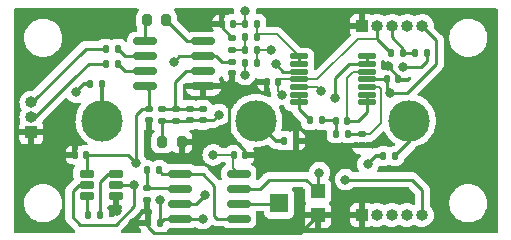
<source format=gtl>
%TF.GenerationSoftware,KiCad,Pcbnew,(6.99.0)*%
%TF.CreationDate,2023-04-20T01:20:35-07:00*%
%TF.ProjectId,emg-analog-front-end,656d672d-616e-4616-9c6f-672d66726f6e,rev?*%
%TF.SameCoordinates,Original*%
%TF.FileFunction,Copper,L1,Top*%
%TF.FilePolarity,Positive*%
%FSLAX46Y46*%
G04 Gerber Fmt 4.6, Leading zero omitted, Abs format (unit mm)*
G04 Created by KiCad (PCBNEW (6.99.0)) date 2023-04-20 01:20:35*
%MOMM*%
%LPD*%
G01*
G04 APERTURE LIST*
G04 Aperture macros list*
%AMRoundRect*
0 Rectangle with rounded corners*
0 $1 Rounding radius*
0 $2 $3 $4 $5 $6 $7 $8 $9 X,Y pos of 4 corners*
0 Add a 4 corners polygon primitive as box body*
4,1,4,$2,$3,$4,$5,$6,$7,$8,$9,$2,$3,0*
0 Add four circle primitives for the rounded corners*
1,1,$1+$1,$2,$3*
1,1,$1+$1,$4,$5*
1,1,$1+$1,$6,$7*
1,1,$1+$1,$8,$9*
0 Add four rect primitives between the rounded corners*
20,1,$1+$1,$2,$3,$4,$5,0*
20,1,$1+$1,$4,$5,$6,$7,0*
20,1,$1+$1,$6,$7,$8,$9,0*
20,1,$1+$1,$8,$9,$2,$3,0*%
G04 Aperture macros list end*
%TA.AperFunction,SMDPad,CuDef*%
%ADD10RoundRect,0.020500X-0.714500X-0.184500X0.714500X-0.184500X0.714500X0.184500X-0.714500X0.184500X0*%
%TD*%
%TA.AperFunction,SMDPad,CuDef*%
%ADD11RoundRect,0.135000X0.135000X0.185000X-0.135000X0.185000X-0.135000X-0.185000X0.135000X-0.185000X0*%
%TD*%
%TA.AperFunction,SMDPad,CuDef*%
%ADD12RoundRect,0.135000X-0.135000X-0.185000X0.135000X-0.185000X0.135000X0.185000X-0.135000X0.185000X0*%
%TD*%
%TA.AperFunction,SMDPad,CuDef*%
%ADD13RoundRect,0.140000X-0.140000X-0.170000X0.140000X-0.170000X0.140000X0.170000X-0.140000X0.170000X0*%
%TD*%
%TA.AperFunction,SMDPad,CuDef*%
%ADD14RoundRect,0.140000X0.170000X-0.140000X0.170000X0.140000X-0.170000X0.140000X-0.170000X-0.140000X0*%
%TD*%
%TA.AperFunction,SMDPad,CuDef*%
%ADD15RoundRect,0.200000X-0.200000X-0.275000X0.200000X-0.275000X0.200000X0.275000X-0.200000X0.275000X0*%
%TD*%
%TA.AperFunction,SMDPad,CuDef*%
%ADD16RoundRect,0.090000X-0.520000X-0.210000X0.520000X-0.210000X0.520000X0.210000X-0.520000X0.210000X0*%
%TD*%
%TA.AperFunction,SMDPad,CuDef*%
%ADD17RoundRect,0.140000X-0.170000X0.140000X-0.170000X-0.140000X0.170000X-0.140000X0.170000X0.140000X0*%
%TD*%
%TA.AperFunction,ComponentPad*%
%ADD18R,1.000000X1.000000*%
%TD*%
%TA.AperFunction,ComponentPad*%
%ADD19O,1.000000X1.000000*%
%TD*%
%TA.AperFunction,ComponentPad*%
%ADD20C,3.500000*%
%TD*%
%TA.AperFunction,SMDPad,CuDef*%
%ADD21RoundRect,0.140000X0.140000X0.170000X-0.140000X0.170000X-0.140000X-0.170000X0.140000X-0.170000X0*%
%TD*%
%TA.AperFunction,SMDPad,CuDef*%
%ADD22RoundRect,0.150000X-0.825000X-0.150000X0.825000X-0.150000X0.825000X0.150000X-0.825000X0.150000X0*%
%TD*%
%TA.AperFunction,SMDPad,CuDef*%
%ADD23RoundRect,0.135000X0.185000X-0.135000X0.185000X0.135000X-0.185000X0.135000X-0.185000X-0.135000X0*%
%TD*%
%TA.AperFunction,SMDPad,CuDef*%
%ADD24R,1.200000X1.200000*%
%TD*%
%TA.AperFunction,SMDPad,CuDef*%
%ADD25R,1.500000X1.600000*%
%TD*%
%TA.AperFunction,ViaPad*%
%ADD26C,0.800000*%
%TD*%
%TA.AperFunction,Conductor*%
%ADD27C,0.250000*%
%TD*%
%TA.AperFunction,Conductor*%
%ADD28C,0.254000*%
%TD*%
%TA.AperFunction,Conductor*%
%ADD29C,0.203200*%
%TD*%
%TA.AperFunction,Conductor*%
%ADD30C,0.355600*%
%TD*%
G04 APERTURE END LIST*
D10*
%TO.P,U3,1,OUT_A*%
%TO.N,NOTCH_IN*%
X24660000Y-4550000D03*
%TO.P,U3,2,-IN_A*%
X24660000Y-5200000D03*
%TO.P,U3,3,+IN_A*%
%TO.N,HPF_OUT*%
X24660000Y-5850000D03*
%TO.P,U3,4,V+*%
%TO.N,VDD*%
X24660000Y-6500000D03*
%TO.P,U3,5,+IN_B*%
%TO.N,NOTCH_OUT*%
X24660000Y-7150000D03*
%TO.P,U3,6,-IN_B*%
%TO.N,SK00*%
X24660000Y-7800000D03*
%TO.P,U3,7,OUT_B*%
X24660000Y-8450000D03*
%TO.P,U3,8,OUT_C*%
%TO.N,LPF_OUT*%
X30400000Y-8450000D03*
%TO.P,U3,9,-IN_C*%
X30400000Y-7800000D03*
%TO.P,U3,10,+IN_C*%
%TO.N,LPF_IN*%
X30400000Y-7150000D03*
%TO.P,U3,11,V-*%
%TO.N,-VDD*%
X30400000Y-6500000D03*
%TO.P,U3,12,+IN_D*%
%TO.N,LPF_OUT*%
X30400000Y-5850000D03*
%TO.P,U3,13,-IN_D*%
%TO.N,AMP_IN*%
X30400000Y-5200000D03*
%TO.P,U3,14,OUT_D*%
X30400000Y-4550000D03*
%TD*%
D11*
%TO.P,R17,1*%
%TO.N,Net-(H8-Pad1)*%
X32810000Y-13000000D03*
%TO.P,R17,2*%
%TO.N,E+*%
X31790000Y-13000000D03*
%TD*%
%TO.P,R16,1*%
%TO.N,Net-(H6-Pad1)*%
X8010000Y-6900000D03*
%TO.P,R16,2*%
%TO.N,E-*%
X6990000Y-6900000D03*
%TD*%
D12*
%TO.P,R15,1*%
%TO.N,Net-(H7-Pad1)*%
X23390000Y-11700000D03*
%TO.P,R15,2*%
%TO.N,GND*%
X24410000Y-11700000D03*
%TD*%
D13*
%TO.P,C11,1*%
%TO.N,-VDD*%
X32120000Y-6500000D03*
%TO.P,C11,2*%
%TO.N,GND*%
X33080000Y-6500000D03*
%TD*%
D11*
%TO.P,R4,1*%
%TO.N,LPF_IN*%
X28810000Y-11100000D03*
%TO.P,R4,2*%
%TO.N,SK01*%
X27790000Y-11100000D03*
%TD*%
D14*
%TO.P,C5,1*%
%TO.N,GND*%
X12000000Y-9980000D03*
%TO.P,C5,2*%
%TO.N,-VDD*%
X12000000Y-9020000D03*
%TD*%
D15*
%TO.P,R5,1*%
%TO.N,Net-(R5-Pad1)*%
X11775000Y-1500000D03*
%TO.P,R5,2*%
%TO.N,Net-(R5-Pad2)*%
X13425000Y-1500000D03*
%TD*%
D16*
%TO.P,U4,1,OUT*%
%TO.N,-VDD*%
X6675000Y-14481250D03*
%TO.P,U4,2,IN*%
%TO.N,VDD*%
X6675000Y-15431250D03*
%TO.P,U4,3,C1-*%
%TO.N,Net-(C16-Pad2)*%
X6675000Y-16381250D03*
%TO.P,U4,4,GND*%
%TO.N,GND*%
X9165000Y-16381250D03*
%TO.P,U4,5,~{SHDN}*%
%TO.N,VDD*%
X9165000Y-15431250D03*
%TO.P,U4,6,C1+*%
%TO.N,Net-(C16-Pad1)*%
X9165000Y-14481250D03*
%TD*%
D13*
%TO.P,C2,1*%
%TO.N,GND*%
X11920000Y-18700000D03*
%TO.P,C2,2*%
%TO.N,-VDD*%
X12880000Y-18700000D03*
%TD*%
D12*
%TO.P,R14,2*%
%TO.N,Net-(R14-Pad2)*%
X12810000Y-14200000D03*
%TO.P,R14,1*%
%TO.N,Net-(R14-Pad1)*%
X11790000Y-14200000D03*
%TD*%
%TO.P,R10,1*%
%TO.N,Net-(C14-Pad2)*%
X20090000Y-1800000D03*
%TO.P,R10,2*%
%TO.N,NOTCH_IN*%
X21110000Y-1800000D03*
%TD*%
%TO.P,R9,1*%
%TO.N,AOUT*%
X34490000Y-4300000D03*
%TO.P,R9,2*%
%TO.N,Net-(R7-Pad3)*%
X35510000Y-4300000D03*
%TD*%
D17*
%TO.P,C9,1*%
%TO.N,/HPF_IN*%
X15400000Y-9020000D03*
%TO.P,C9,2*%
%TO.N,HPF_OUT*%
X15400000Y-9980000D03*
%TD*%
%TO.P,C7,1*%
%TO.N,/HPF_IN*%
X14228500Y-9040000D03*
%TO.P,C7,2*%
%TO.N,HPF_OUT*%
X14228500Y-10000000D03*
%TD*%
D18*
%TO.P,J2,1,Pin_1*%
%TO.N,GND*%
X30000000Y-2000000D03*
D19*
%TO.P,J2,2,Pin_2*%
%TO.N,VDD*%
X31270000Y-2000000D03*
%TO.P,J2,3,Pin_3*%
%TO.N,AOUT*%
X32540000Y-2000000D03*
%TO.P,J2,4,Pin_4*%
%TO.N,AOUT1*%
X33810000Y-2000000D03*
%TO.P,J2,5,Pin_5*%
%TO.N,-VDD*%
X35080000Y-2000000D03*
%TD*%
D20*
%TO.P,H7,1,1*%
%TO.N,Net-(H7-Pad1)*%
X21000000Y-10000000D03*
%TD*%
D21*
%TO.P,C1,1*%
%TO.N,GND*%
X20080000Y-12900000D03*
%TO.P,C1,2*%
%TO.N,VDD*%
X19120000Y-12900000D03*
%TD*%
D22*
%TO.P,U2,1,Rg*%
%TO.N,Net-(R5-Pad1)*%
X11625000Y-3295000D03*
%TO.P,U2,2,-*%
%TO.N,/IA_IN-*%
X11625000Y-4565000D03*
%TO.P,U2,3,+*%
%TO.N,/IA_IN+*%
X11625000Y-5835000D03*
%TO.P,U2,4,Vs-*%
%TO.N,-VDD*%
X11625000Y-7105000D03*
%TO.P,U2,5,Ref*%
%TO.N,GND*%
X16575000Y-7105000D03*
%TO.P,U2,6*%
%TO.N,/HPF_IN*%
X16575000Y-5835000D03*
%TO.P,U2,7,Vs+*%
%TO.N,VDD*%
X16575000Y-4565000D03*
%TO.P,U2,8,Rg*%
%TO.N,Net-(R5-Pad2)*%
X16575000Y-3295000D03*
%TD*%
D11*
%TO.P,R13,1*%
%TO.N,NOTCH_OUT*%
X21110000Y-5100000D03*
%TO.P,R13,2*%
%TO.N,Net-(C14-Pad2)*%
X20090000Y-5100000D03*
%TD*%
D23*
%TO.P,R12,1*%
%TO.N,Net-(C13-Pad2)*%
X19000000Y-4010000D03*
%TO.P,R12,2*%
%TO.N,GND*%
X19000000Y-2990000D03*
%TD*%
D21*
%TO.P,C13,1*%
%TO.N,NOTCH_IN*%
X21080000Y-2900000D03*
%TO.P,C13,2*%
%TO.N,Net-(C13-Pad2)*%
X20120000Y-2900000D03*
%TD*%
D13*
%TO.P,C12,1*%
%TO.N,GND*%
X21920000Y-6700000D03*
%TO.P,C12,2*%
%TO.N,VDD*%
X22880000Y-6700000D03*
%TD*%
%TO.P,C15,1*%
%TO.N,Net-(C13-Pad2)*%
X20120000Y-4000000D03*
%TO.P,C15,2*%
%TO.N,NOTCH_OUT*%
X21080000Y-4000000D03*
%TD*%
D18*
%TO.P,J1,1,Pin_1*%
%TO.N,GND*%
X2000000Y-11000000D03*
D19*
%TO.P,J1,2,Pin_2*%
%TO.N,E+*%
X2000000Y-9730000D03*
%TO.P,J1,3,Pin_3*%
%TO.N,E-*%
X2000000Y-8460000D03*
%TD*%
D11*
%TO.P,R11,2*%
%TO.N,VDD*%
X32490000Y-4300000D03*
%TO.P,R11,1*%
%TO.N,AOUT*%
X33510000Y-4300000D03*
%TD*%
D12*
%TO.P,R1,1*%
%TO.N,E-*%
X8290000Y-3900000D03*
%TO.P,R1,2*%
%TO.N,/IA_IN-*%
X9310000Y-3900000D03*
%TD*%
D21*
%TO.P,C17,1*%
%TO.N,-VDD*%
X6642500Y-12900000D03*
%TO.P,C17,2*%
%TO.N,GND*%
X5682500Y-12900000D03*
%TD*%
D12*
%TO.P,R2,1*%
%TO.N,E+*%
X8290000Y-5200000D03*
%TO.P,R2,2*%
%TO.N,/IA_IN+*%
X9310000Y-5200000D03*
%TD*%
D22*
%TO.P,U1,1*%
%TO.N,Net-(R14-Pad2)*%
X14625000Y-14495000D03*
%TO.P,U1,2,-*%
%TO.N,Net-(R14-Pad1)*%
X14625000Y-15765000D03*
%TO.P,U1,3,+*%
%TO.N,AMP_IN*%
X14625000Y-17035000D03*
%TO.P,U1,4,V-*%
%TO.N,-VDD*%
X14625000Y-18305000D03*
%TO.P,U1,5,+*%
%TO.N,Net-(R14-Pad2)*%
X19575000Y-18305000D03*
%TO.P,U1,6,-*%
%TO.N,Net-(R7-Pad2)*%
X19575000Y-17035000D03*
%TO.P,U1,7*%
%TO.N,Net-(R7-Pad3)*%
X19575000Y-15765000D03*
%TO.P,U1,8,V+*%
%TO.N,VDD*%
X19575000Y-14495000D03*
%TD*%
D18*
%TO.P,J3,1,Pin_1*%
%TO.N,GND*%
X30000000Y-18000000D03*
D19*
%TO.P,J3,2,Pin_2*%
%TO.N,VDD*%
X31270000Y-18000000D03*
%TO.P,J3,3,Pin_3*%
%TO.N,AOUT*%
X32540000Y-18000000D03*
%TO.P,J3,4,Pin_4*%
%TO.N,AOUT1*%
X33810000Y-18000000D03*
%TO.P,J3,5,Pin_5*%
%TO.N,-VDD*%
X35080000Y-18000000D03*
%TD*%
D11*
%TO.P,R3,1*%
%TO.N,SK01*%
X26610000Y-9980000D03*
%TO.P,R3,2*%
%TO.N,SK00*%
X25590000Y-9980000D03*
%TD*%
D20*
%TO.P,H8,1,1*%
%TO.N,Net-(H8-Pad1)*%
X34000000Y-10000000D03*
%TD*%
D24*
%TO.P,R7,1*%
%TO.N,GND*%
X26244665Y-18000000D03*
D25*
%TO.P,R7,2*%
%TO.N,Net-(R7-Pad2)*%
X22994665Y-17000000D03*
D24*
%TO.P,R7,3*%
%TO.N,Net-(R7-Pad3)*%
X26244665Y-16000000D03*
%TD*%
D13*
%TO.P,C14,1*%
%TO.N,GND*%
X18120000Y-1800000D03*
%TO.P,C14,2*%
%TO.N,Net-(C14-Pad2)*%
X19080000Y-1800000D03*
%TD*%
D17*
%TO.P,C8,1*%
%TO.N,/HPF_IN*%
X13085500Y-9040000D03*
%TO.P,C8,2*%
%TO.N,HPF_OUT*%
X13085500Y-10000000D03*
%TD*%
D20*
%TO.P,H6,1,1*%
%TO.N,Net-(H6-Pad1)*%
X8000000Y-10000000D03*
%TD*%
D13*
%TO.P,C4,1*%
%TO.N,SK01*%
X27800000Y-10000000D03*
%TO.P,C4,2*%
%TO.N,LPF_OUT*%
X28760000Y-10000000D03*
%TD*%
D21*
%TO.P,C16,1*%
%TO.N,Net-(C16-Pad1)*%
X7800000Y-18031250D03*
%TO.P,C16,2*%
%TO.N,Net-(C16-Pad2)*%
X6840000Y-18031250D03*
%TD*%
D14*
%TO.P,C3,1*%
%TO.N,GND*%
X30000000Y-12060000D03*
%TO.P,C3,2*%
%TO.N,LPF_IN*%
X30000000Y-11100000D03*
%TD*%
D23*
%TO.P,R8,2*%
%TO.N,Net-(R14-Pad1)*%
X11800000Y-15690000D03*
%TO.P,R8,1*%
%TO.N,GND*%
X11800000Y-16710000D03*
%TD*%
D14*
%TO.P,C6,1*%
%TO.N,GND*%
X19000000Y-5980000D03*
%TO.P,C6,2*%
%TO.N,VDD*%
X19000000Y-5020000D03*
%TD*%
D17*
%TO.P,C10,1*%
%TO.N,/HPF_IN*%
X16500000Y-9020000D03*
%TO.P,C10,2*%
%TO.N,HPF_OUT*%
X16500000Y-9980000D03*
%TD*%
D15*
%TO.P,R6,1*%
%TO.N,HPF_OUT*%
X13075000Y-11800000D03*
%TO.P,R6,2*%
%TO.N,GND*%
X14725000Y-11800000D03*
%TD*%
D26*
%TO.N,-VDD*%
X10900000Y-13600000D03*
%TO.N,VDD*%
X10700000Y-15431250D03*
%TO.N,GND*%
X4500000Y-13300000D03*
X10600000Y-18700000D03*
%TO.N,-VDD*%
X12900000Y-16700000D03*
%TO.N,GND*%
X9237500Y-17631250D03*
%TO.N,VDD*%
X23200000Y-7800000D03*
%TO.N,E-*%
X5800000Y-7600000D03*
%TO.N,E+*%
X30500000Y-13700000D03*
%TO.N,GND*%
X32200000Y-5400000D03*
%TO.N,VDD*%
X17400000Y-12900000D03*
%TO.N,-VDD*%
X28600000Y-15000000D03*
%TO.N,VDD*%
X14100000Y-5000000D03*
%TO.N,GND*%
X16500000Y-11600000D03*
X17000000Y-1800000D03*
%TO.N,-VDD*%
X16500000Y-18300000D03*
X32400000Y-7700000D03*
%TO.N,HPF_OUT*%
X17900000Y-9500000D03*
X22700000Y-5200000D03*
%TO.N,Net-(C14-Pad2)*%
X20100000Y-6100000D03*
X20100000Y-700000D03*
%TO.N,NOTCH_OUT*%
X26500000Y-7500000D03*
X22300000Y-4000000D03*
%TO.N,AMP_IN*%
X27700000Y-8100000D03*
X16700000Y-16300000D03*
%TO.N,Net-(R7-Pad3)*%
X33500000Y-5500000D03*
X26400000Y-14400000D03*
%TD*%
D27*
%TO.N,-VDD*%
X12000000Y-9020000D02*
X11380000Y-9020000D01*
X11380000Y-9020000D02*
X10900000Y-9500000D01*
X10900000Y-9500000D02*
X10900000Y-13600000D01*
X6642500Y-12900000D02*
X10200000Y-12900000D01*
X10200000Y-12900000D02*
X10900000Y-13600000D01*
D28*
%TO.N,GND*%
X11920000Y-19020000D02*
X12400000Y-19500000D01*
X11920000Y-18700000D02*
X11920000Y-19020000D01*
X12400000Y-19500000D02*
X24744665Y-19500000D01*
X24744665Y-19500000D02*
X26244665Y-18000000D01*
%TO.N,-VDD*%
X16500000Y-18300000D02*
X16495000Y-18305000D01*
X16495000Y-18305000D02*
X14625000Y-18305000D01*
%TO.N,VDD*%
X6675000Y-15431250D02*
X6068750Y-15431250D01*
X10700000Y-17268750D02*
X10700000Y-15431250D01*
X6068750Y-15431250D02*
X5500000Y-16000000D01*
X5500000Y-16000000D02*
X5500000Y-18193750D01*
X5500000Y-18193750D02*
X6137500Y-18831250D01*
X6137500Y-18831250D02*
X9137500Y-18831250D01*
X9137500Y-18831250D02*
X10700000Y-17268750D01*
X9165000Y-15431250D02*
X10700000Y-15431250D01*
%TO.N,GND*%
X4500000Y-13300000D02*
X4900000Y-12900000D01*
X4900000Y-12900000D02*
X5682500Y-12900000D01*
%TO.N,-VDD*%
X12900000Y-16700000D02*
X12880000Y-16720000D01*
X12880000Y-16720000D02*
X12880000Y-18700000D01*
%TO.N,GND*%
X11800000Y-16710000D02*
X11800000Y-18580000D01*
X11800000Y-18580000D02*
X11920000Y-18700000D01*
%TO.N,Net-(R14-Pad1)*%
X11790000Y-14200000D02*
X11790000Y-15680000D01*
X11790000Y-15680000D02*
X11800000Y-15690000D01*
X11800000Y-15690000D02*
X14550000Y-15690000D01*
X14550000Y-15690000D02*
X14625000Y-15765000D01*
%TO.N,GND*%
X11920000Y-18700000D02*
X10600000Y-18700000D01*
D27*
%TO.N,-VDD*%
X6675000Y-14481250D02*
X6675000Y-12932500D01*
X6675000Y-12932500D02*
X6642500Y-12900000D01*
D28*
%TO.N,Net-(R14-Pad2)*%
X14625000Y-14495000D02*
X13105000Y-14495000D01*
X13105000Y-14495000D02*
X12810000Y-14200000D01*
%TO.N,-VDD*%
X12880000Y-18700000D02*
X13275000Y-18305000D01*
X13275000Y-18305000D02*
X14625000Y-18305000D01*
%TO.N,GND*%
X9237500Y-17631250D02*
X9165000Y-17558750D01*
X9165000Y-17558750D02*
X9165000Y-16381250D01*
D27*
X17400000Y-11600000D02*
X17800000Y-11200000D01*
X17800000Y-11200000D02*
X18700000Y-11200000D01*
X19000000Y-5980000D02*
X19000000Y-8300000D01*
X19000000Y-8300000D02*
X18700000Y-8600000D01*
X18700000Y-8600000D02*
X18700000Y-11200000D01*
X18700000Y-11200000D02*
X19100000Y-11600000D01*
D28*
X20080000Y-12900000D02*
X20080000Y-12580000D01*
X20080000Y-12580000D02*
X19100000Y-11600000D01*
D29*
%TO.N,VDD*%
X19575000Y-14495000D02*
X19100000Y-14020000D01*
X19100000Y-14020000D02*
X19100000Y-12920000D01*
X19100000Y-12920000D02*
X19120000Y-12900000D01*
X19120000Y-12900000D02*
X17400000Y-12900000D01*
D27*
%TO.N,GND*%
X17400000Y-11600000D02*
X16500000Y-11600000D01*
%TO.N,HPF_OUT*%
X17900000Y-9500000D02*
X17420000Y-9980000D01*
X17420000Y-9980000D02*
X16500000Y-9980000D01*
D29*
%TO.N,VDD*%
X22880000Y-6700000D02*
X22880000Y-7480000D01*
X22880000Y-7480000D02*
X23200000Y-7800000D01*
X24660000Y-6500000D02*
X23080000Y-6500000D01*
X23080000Y-6500000D02*
X22880000Y-6700000D01*
D28*
%TO.N,HPF_OUT*%
X22700000Y-5200000D02*
X23350000Y-5850000D01*
X23350000Y-5850000D02*
X24660000Y-5850000D01*
D30*
%TO.N,E-*%
X6500000Y-6900000D02*
X5800000Y-7600000D01*
X6990000Y-6900000D02*
X6500000Y-6900000D01*
%TO.N,Net-(H6-Pad1)*%
X8010000Y-6900000D02*
X8010000Y-9990000D01*
X8010000Y-9990000D02*
X8000000Y-10000000D01*
D28*
%TO.N,E+*%
X8290000Y-5200000D02*
X6863000Y-5200000D01*
X6863000Y-5200000D02*
X5713000Y-6350000D01*
X5713000Y-6350000D02*
X5713000Y-6352000D01*
X5713000Y-6352000D02*
X2335000Y-9730000D01*
X2335000Y-9730000D02*
X2000000Y-9730000D01*
%TO.N,/IA_IN+*%
X11625000Y-5835000D02*
X9945000Y-5835000D01*
X9945000Y-5835000D02*
X9310000Y-5200000D01*
%TO.N,/IA_IN-*%
X11625000Y-4565000D02*
X9975000Y-4565000D01*
X9975000Y-4565000D02*
X9310000Y-3900000D01*
%TO.N,E-*%
X8290000Y-3900000D02*
X6600000Y-3900000D01*
X6600000Y-3900000D02*
X2040000Y-8460000D01*
X2040000Y-8460000D02*
X2000000Y-8460000D01*
D30*
%TO.N,Net-(H7-Pad1)*%
X23390000Y-11700000D02*
X22700000Y-11700000D01*
X22700000Y-11700000D02*
X21000000Y-10000000D01*
%TO.N,E+*%
X31790000Y-13000000D02*
X31200000Y-13000000D01*
X31200000Y-13000000D02*
X30500000Y-13700000D01*
%TO.N,Net-(H8-Pad1)*%
X34000000Y-10000000D02*
X34000000Y-11810000D01*
X34000000Y-11810000D02*
X32810000Y-13000000D01*
D27*
%TO.N,Net-(R7-Pad3)*%
X33500000Y-5500000D02*
X35000000Y-5500000D01*
X35000000Y-5500000D02*
X35510000Y-4990000D01*
X35510000Y-4990000D02*
X35510000Y-4300000D01*
D28*
%TO.N,GND*%
X33080000Y-6280000D02*
X32200000Y-5400000D01*
X33080000Y-6500000D02*
X33080000Y-6280000D01*
%TO.N,-VDD*%
X35080000Y-18000000D02*
X35100000Y-17980000D01*
X34200000Y-15000000D02*
X28600000Y-15000000D01*
X35100000Y-15900000D02*
X34200000Y-15000000D01*
X35100000Y-17980000D02*
X35100000Y-15900000D01*
X35080000Y-2000000D02*
X35100000Y-2000000D01*
X36300000Y-5200000D02*
X33800000Y-7700000D01*
X33800000Y-7700000D02*
X32400000Y-7700000D01*
X35100000Y-2000000D02*
X36300000Y-3200000D01*
X36300000Y-3200000D02*
X36300000Y-5200000D01*
%TO.N,Net-(C16-Pad1)*%
X7800000Y-18031250D02*
X7800000Y-15168750D01*
X7800000Y-15168750D02*
X8487500Y-14481250D01*
X8487500Y-14481250D02*
X9165000Y-14481250D01*
%TO.N,VDD*%
X14535000Y-4565000D02*
X14100000Y-5000000D01*
X16575000Y-4565000D02*
X14535000Y-4565000D01*
D29*
X24660000Y-6500000D02*
X26200000Y-6500000D01*
X26200000Y-6500000D02*
X29630000Y-3070000D01*
X29630000Y-3070000D02*
X31270000Y-3070000D01*
%TO.N,NOTCH_OUT*%
X26500000Y-7500000D02*
X26150000Y-7150000D01*
X26150000Y-7150000D02*
X24660000Y-7150000D01*
D27*
%TO.N,Net-(C16-Pad2)*%
X6675000Y-17866250D02*
X6840000Y-18031250D01*
X6675000Y-16381250D02*
X6675000Y-17866250D01*
D28*
%TO.N,VDD*%
X32490000Y-4300000D02*
X32490000Y-4290000D01*
X32490000Y-4290000D02*
X31270000Y-3070000D01*
X31270000Y-3070000D02*
X31270000Y-2000000D01*
%TO.N,AOUT*%
X33510000Y-4300000D02*
X34490000Y-4300000D01*
X33510000Y-4300000D02*
X33510000Y-3910000D01*
X33510000Y-3910000D02*
X32540000Y-2940000D01*
X32540000Y-2940000D02*
X32540000Y-2000000D01*
D27*
%TO.N,GND*%
X14725000Y-11800000D02*
X16300000Y-11800000D01*
X16300000Y-11800000D02*
X16500000Y-11600000D01*
X17000000Y-1800000D02*
X18120000Y-1800000D01*
D29*
%TO.N,Net-(C14-Pad2)*%
X20100000Y-700000D02*
X20090000Y-710000D01*
X20090000Y-710000D02*
X20090000Y-1800000D01*
D27*
%TO.N,GND*%
X16575000Y-7105000D02*
X18295000Y-7105000D01*
X18295000Y-7105000D02*
X19000000Y-6400000D01*
X19000000Y-6400000D02*
X19000000Y-5980000D01*
D28*
%TO.N,VDD*%
X16575000Y-4565000D02*
X17665000Y-4565000D01*
X17665000Y-4565000D02*
X18120000Y-5020000D01*
X18120000Y-5020000D02*
X19000000Y-5020000D01*
D27*
%TO.N,GND*%
X18120000Y-1800000D02*
X18120000Y-2110000D01*
X18120000Y-2110000D02*
X19000000Y-2990000D01*
D28*
%TO.N,SK01*%
X27790000Y-10010000D02*
X27790000Y-11100000D01*
X27800000Y-10000000D02*
X27790000Y-10010000D01*
X26610000Y-9980000D02*
X27780000Y-9980000D01*
X27780000Y-9980000D02*
X27800000Y-10000000D01*
%TO.N,SK00*%
X24660000Y-9050000D02*
X24660000Y-8450000D01*
D27*
X24660000Y-8450000D02*
X24660000Y-7800000D01*
D28*
X25590000Y-9980000D02*
X24660000Y-9050000D01*
%TO.N,-VDD*%
X32120000Y-6500000D02*
X30400000Y-6500000D01*
D27*
X12000000Y-9020000D02*
X12000000Y-7480000D01*
X12000000Y-7480000D02*
X11625000Y-7105000D01*
D28*
X32120000Y-7420000D02*
X32400000Y-7700000D01*
X32120000Y-6500000D02*
X32120000Y-7420000D01*
D29*
%TO.N,LPF_OUT*%
X29250000Y-5850000D02*
X28700000Y-6400000D01*
D28*
X29700000Y-10000000D02*
X30400000Y-9300000D01*
D29*
X30400000Y-5850000D02*
X29250000Y-5850000D01*
X28700000Y-6400000D02*
X28700000Y-9940000D01*
X28700000Y-9940000D02*
X28760000Y-10000000D01*
D28*
X30400000Y-9300000D02*
X30400000Y-8450000D01*
D27*
X30400000Y-7800000D02*
X30400000Y-8450000D01*
D28*
X28760000Y-10000000D02*
X29700000Y-10000000D01*
D27*
%TO.N,/HPF_IN*%
X14228500Y-9040000D02*
X15380000Y-9040000D01*
D28*
X14200000Y-9011500D02*
X14228500Y-9040000D01*
X14200000Y-6700000D02*
X14200000Y-9011500D01*
X15065000Y-5835000D02*
X14200000Y-6700000D01*
D27*
X14228500Y-9040000D02*
X13085500Y-9040000D01*
D28*
X16575000Y-5835000D02*
X15065000Y-5835000D01*
D27*
X15380000Y-9040000D02*
X15400000Y-9020000D01*
X15400000Y-9020000D02*
X16500000Y-9020000D01*
%TO.N,HPF_OUT*%
X13085500Y-10000000D02*
X13085500Y-11789500D01*
X15380000Y-10000000D02*
X15400000Y-9980000D01*
X15400000Y-9980000D02*
X16500000Y-9980000D01*
X13085500Y-11789500D02*
X13075000Y-11800000D01*
X13085500Y-10000000D02*
X14228500Y-10000000D01*
X14228500Y-10000000D02*
X15380000Y-10000000D01*
D29*
%TO.N,NOTCH_IN*%
X22810000Y-2700000D02*
X24660000Y-4550000D01*
X21110000Y-2870000D02*
X21080000Y-2900000D01*
X21110000Y-2700000D02*
X22810000Y-2700000D01*
X21110000Y-1800000D02*
X21110000Y-2870000D01*
D27*
X24660000Y-4550000D02*
X24660000Y-5200000D01*
D29*
%TO.N,Net-(C13-Pad2)*%
X19010000Y-4000000D02*
X19000000Y-4010000D01*
X20120000Y-4000000D02*
X19010000Y-4000000D01*
X20120000Y-2900000D02*
X20120000Y-4000000D01*
%TO.N,Net-(C14-Pad2)*%
X20100000Y-6100000D02*
X20100000Y-6000000D01*
X20090000Y-5990000D02*
X20090000Y-5100000D01*
X20100000Y-6000000D02*
X20090000Y-5990000D01*
X19020000Y-1800000D02*
X20090000Y-1800000D01*
%TO.N,NOTCH_OUT*%
X21110000Y-4030000D02*
X21080000Y-4000000D01*
X21110000Y-5100000D02*
X21110000Y-4030000D01*
X21080000Y-4000000D02*
X22300000Y-4000000D01*
D28*
%TO.N,Net-(R5-Pad1)*%
X11625000Y-3295000D02*
X11625000Y-1650000D01*
X11625000Y-1650000D02*
X11775000Y-1500000D01*
%TO.N,Net-(R5-Pad2)*%
X15220000Y-3295000D02*
X16575000Y-3295000D01*
X13425000Y-1500000D02*
X15220000Y-3295000D01*
D29*
%TO.N,LPF_IN*%
X31450000Y-7150000D02*
X31600000Y-7300000D01*
X31600000Y-7300000D02*
X31600000Y-10200000D01*
X30400000Y-7150000D02*
X31450000Y-7150000D01*
X31600000Y-10200000D02*
X30700000Y-11100000D01*
X30700000Y-11100000D02*
X30000000Y-11100000D01*
D28*
X28810000Y-11100000D02*
X30000000Y-11100000D01*
D27*
%TO.N,AMP_IN*%
X30400000Y-4550000D02*
X30400000Y-5200000D01*
X28900000Y-5200000D02*
X27900000Y-6200000D01*
X27700000Y-6400000D02*
X27700000Y-8100000D01*
D28*
X15965000Y-17035000D02*
X14625000Y-17035000D01*
D27*
X27900000Y-6200000D02*
X27700000Y-6400000D01*
D28*
X16700000Y-16300000D02*
X15965000Y-17035000D01*
D27*
X30400000Y-5200000D02*
X28900000Y-5200000D01*
D28*
%TO.N,Net-(R7-Pad2)*%
X19575000Y-17035000D02*
X22959665Y-17035000D01*
X22959665Y-17035000D02*
X22994665Y-17000000D01*
%TO.N,Net-(R7-Pad3)*%
X26244665Y-16000000D02*
X26244665Y-14555335D01*
X21335000Y-15765000D02*
X22100000Y-15000000D01*
X25244665Y-15000000D02*
X26244665Y-16000000D01*
X26244665Y-14555335D02*
X26400000Y-14400000D01*
X19575000Y-15765000D02*
X21335000Y-15765000D01*
X22100000Y-15000000D02*
X25244665Y-15000000D01*
%TO.N,Net-(R14-Pad2)*%
X16495000Y-14495000D02*
X17500000Y-15500000D01*
X17500000Y-18100000D02*
X17705000Y-18305000D01*
X17705000Y-18305000D02*
X19575000Y-18305000D01*
X17500000Y-15500000D02*
X17500000Y-18100000D01*
X14625000Y-14495000D02*
X16495000Y-14495000D01*
%TD*%
%TA.AperFunction,Conductor*%
%TO.N,GND*%
G36*
X41434121Y-528002D02*
G01*
X41480614Y-581658D01*
X41492000Y-634000D01*
X41492000Y-19366000D01*
X41471998Y-19434121D01*
X41418342Y-19480614D01*
X41366000Y-19492000D01*
X13619307Y-19492000D01*
X13551186Y-19471998D01*
X13504693Y-19418342D01*
X13494589Y-19348068D01*
X13524083Y-19283488D01*
X13530212Y-19276905D01*
X13536488Y-19270629D01*
X13540521Y-19263809D01*
X13540526Y-19263803D01*
X13594043Y-19173311D01*
X13645936Y-19124858D01*
X13712383Y-19111838D01*
X13721326Y-19112542D01*
X13731044Y-19113307D01*
X13731048Y-19113307D01*
X13733498Y-19113500D01*
X15516502Y-19113500D01*
X15518950Y-19113307D01*
X15518958Y-19113307D01*
X15547421Y-19111067D01*
X15547426Y-19111066D01*
X15553831Y-19110562D01*
X15653769Y-19081528D01*
X15705988Y-19066357D01*
X15705990Y-19066356D01*
X15713601Y-19064145D01*
X15803621Y-19010907D01*
X15872435Y-18993448D01*
X15941819Y-19017425D01*
X16009168Y-19066357D01*
X16043248Y-19091118D01*
X16049276Y-19093802D01*
X16049278Y-19093803D01*
X16144549Y-19136220D01*
X16217712Y-19168794D01*
X16311113Y-19188647D01*
X16398056Y-19207128D01*
X16398061Y-19207128D01*
X16404513Y-19208500D01*
X16595487Y-19208500D01*
X16601939Y-19207128D01*
X16601944Y-19207128D01*
X16688887Y-19188647D01*
X16782288Y-19168794D01*
X16855451Y-19136220D01*
X16950722Y-19093803D01*
X16950724Y-19093802D01*
X16956752Y-19091118D01*
X16990833Y-19066357D01*
X17064704Y-19012686D01*
X17111253Y-18978866D01*
X17115775Y-18973844D01*
X17207933Y-18871492D01*
X17268379Y-18834252D01*
X17339363Y-18835604D01*
X17364934Y-18849001D01*
X17365847Y-18847456D01*
X17372665Y-18851488D01*
X17378933Y-18856350D01*
X17419666Y-18873976D01*
X17430314Y-18879193D01*
X17469197Y-18900569D01*
X17476872Y-18902540D01*
X17476878Y-18902542D01*
X17488911Y-18905631D01*
X17507613Y-18912034D01*
X17526292Y-18920117D01*
X17560128Y-18925476D01*
X17570127Y-18927060D01*
X17581740Y-18929465D01*
X17624718Y-18940500D01*
X17645065Y-18940500D01*
X17664777Y-18942051D01*
X17684879Y-18945235D01*
X17692771Y-18944489D01*
X17729056Y-18941059D01*
X17740914Y-18940500D01*
X18252050Y-18940500D01*
X18320171Y-18960502D01*
X18331085Y-18969298D01*
X18331325Y-18968989D01*
X18337584Y-18973844D01*
X18343193Y-18979453D01*
X18350017Y-18983489D01*
X18350020Y-18983491D01*
X18407400Y-19017425D01*
X18486399Y-19064145D01*
X18494010Y-19066356D01*
X18494012Y-19066357D01*
X18546231Y-19081528D01*
X18646169Y-19110562D01*
X18652574Y-19111066D01*
X18652579Y-19111067D01*
X18681042Y-19113307D01*
X18681050Y-19113307D01*
X18683498Y-19113500D01*
X20466502Y-19113500D01*
X20468950Y-19113307D01*
X20468958Y-19113307D01*
X20497421Y-19111067D01*
X20497426Y-19111066D01*
X20503831Y-19110562D01*
X20603769Y-19081528D01*
X20655988Y-19066357D01*
X20655990Y-19066356D01*
X20663601Y-19064145D01*
X20742600Y-19017425D01*
X20799980Y-18983491D01*
X20799983Y-18983489D01*
X20806807Y-18979453D01*
X20924453Y-18861807D01*
X20928489Y-18854983D01*
X20928491Y-18854980D01*
X21000120Y-18733861D01*
X21009145Y-18718601D01*
X21030624Y-18644669D01*
X25136666Y-18644669D01*
X25137036Y-18651490D01*
X25142560Y-18702352D01*
X25146186Y-18717604D01*
X25191341Y-18838054D01*
X25199879Y-18853649D01*
X25276380Y-18955724D01*
X25288941Y-18968285D01*
X25391016Y-19044786D01*
X25406611Y-19053324D01*
X25527059Y-19098478D01*
X25542314Y-19102105D01*
X25593179Y-19107631D01*
X25599993Y-19108000D01*
X25972550Y-19108000D01*
X25987789Y-19103525D01*
X25988994Y-19102135D01*
X25990665Y-19094452D01*
X25990665Y-19089884D01*
X26498665Y-19089884D01*
X26503140Y-19105123D01*
X26504530Y-19106328D01*
X26512213Y-19107999D01*
X26889334Y-19107999D01*
X26896155Y-19107629D01*
X26947017Y-19102105D01*
X26962269Y-19098479D01*
X27082719Y-19053324D01*
X27098314Y-19044786D01*
X27200389Y-18968285D01*
X27212950Y-18955724D01*
X27289451Y-18853649D01*
X27297989Y-18838054D01*
X27343143Y-18717606D01*
X27346770Y-18702351D01*
X27352296Y-18651486D01*
X27352665Y-18644672D01*
X27352665Y-18544669D01*
X28992001Y-18544669D01*
X28992371Y-18551490D01*
X28997895Y-18602352D01*
X29001521Y-18617604D01*
X29046676Y-18738054D01*
X29055214Y-18753649D01*
X29131715Y-18855724D01*
X29144276Y-18868285D01*
X29246351Y-18944786D01*
X29261946Y-18953324D01*
X29382394Y-18998478D01*
X29397649Y-19002105D01*
X29448514Y-19007631D01*
X29455328Y-19008000D01*
X29727885Y-19008000D01*
X29743124Y-19003525D01*
X29744329Y-19002135D01*
X29746000Y-18994452D01*
X29746000Y-18272115D01*
X29741525Y-18256876D01*
X29740135Y-18255671D01*
X29732452Y-18254000D01*
X29010116Y-18254000D01*
X28994877Y-18258475D01*
X28993672Y-18259865D01*
X28992001Y-18267548D01*
X28992001Y-18544669D01*
X27352665Y-18544669D01*
X27352665Y-18272115D01*
X27348190Y-18256876D01*
X27346800Y-18255671D01*
X27339117Y-18254000D01*
X26516780Y-18254000D01*
X26501541Y-18258475D01*
X26500336Y-18259865D01*
X26498665Y-18267548D01*
X26498665Y-19089884D01*
X25990665Y-19089884D01*
X25990665Y-18272115D01*
X25986190Y-18256876D01*
X25984800Y-18255671D01*
X25977117Y-18254000D01*
X25154781Y-18254000D01*
X25139542Y-18258475D01*
X25138337Y-18259865D01*
X25136666Y-18267548D01*
X25136666Y-18644669D01*
X21030624Y-18644669D01*
X21055562Y-18558831D01*
X21056340Y-18548956D01*
X21058307Y-18523958D01*
X21058307Y-18523950D01*
X21058500Y-18521502D01*
X21058500Y-18088498D01*
X21058307Y-18086042D01*
X21056067Y-18057579D01*
X21056066Y-18057574D01*
X21055562Y-18051169D01*
X21019882Y-17928357D01*
X21011357Y-17899012D01*
X21011356Y-17899010D01*
X21009145Y-17891399D01*
X20990953Y-17860638D01*
X20973494Y-17791822D01*
X20996011Y-17724491D01*
X21051356Y-17680022D01*
X21099407Y-17670500D01*
X21610165Y-17670500D01*
X21678286Y-17690502D01*
X21724779Y-17744158D01*
X21736165Y-17796500D01*
X21736165Y-17848134D01*
X21742920Y-17910316D01*
X21794050Y-18046705D01*
X21881404Y-18163261D01*
X21997960Y-18250615D01*
X22134349Y-18301745D01*
X22196531Y-18308500D01*
X23792799Y-18308500D01*
X23854981Y-18301745D01*
X23991370Y-18250615D01*
X24107926Y-18163261D01*
X24195280Y-18046705D01*
X24246410Y-17910316D01*
X24253165Y-17848134D01*
X24253165Y-16151866D01*
X24246410Y-16089684D01*
X24195280Y-15953295D01*
X24108170Y-15837064D01*
X24083322Y-15770559D01*
X24098375Y-15701176D01*
X24148549Y-15650946D01*
X24208996Y-15635500D01*
X24929243Y-15635500D01*
X24997364Y-15655502D01*
X25018338Y-15672405D01*
X25099260Y-15753327D01*
X25133286Y-15815639D01*
X25136165Y-15842422D01*
X25136165Y-16648134D01*
X25142920Y-16710316D01*
X25194050Y-16846705D01*
X25199436Y-16853891D01*
X25252618Y-16924852D01*
X25277466Y-16991358D01*
X25262413Y-17060741D01*
X25252618Y-17075982D01*
X25199879Y-17146352D01*
X25191341Y-17161946D01*
X25146187Y-17282394D01*
X25142560Y-17297649D01*
X25137034Y-17348514D01*
X25136665Y-17355328D01*
X25136665Y-17727885D01*
X25141140Y-17743124D01*
X25142530Y-17744329D01*
X25150213Y-17746000D01*
X27334549Y-17746000D01*
X27349788Y-17741525D01*
X27350993Y-17740135D01*
X27352664Y-17732452D01*
X27352664Y-17727885D01*
X28992000Y-17727885D01*
X28996475Y-17743124D01*
X28997865Y-17744329D01*
X29005548Y-17746000D01*
X29727885Y-17746000D01*
X29743124Y-17741525D01*
X29744329Y-17740135D01*
X29746000Y-17732452D01*
X29746000Y-17010116D01*
X29741525Y-16994877D01*
X29740135Y-16993672D01*
X29732452Y-16992001D01*
X29455331Y-16992001D01*
X29448510Y-16992371D01*
X29397648Y-16997895D01*
X29382396Y-17001521D01*
X29261946Y-17046676D01*
X29246351Y-17055214D01*
X29144276Y-17131715D01*
X29131715Y-17144276D01*
X29055214Y-17246351D01*
X29046676Y-17261946D01*
X29001522Y-17382394D01*
X28997895Y-17397649D01*
X28992369Y-17448514D01*
X28992000Y-17455328D01*
X28992000Y-17727885D01*
X27352664Y-17727885D01*
X27352664Y-17355331D01*
X27352294Y-17348510D01*
X27346770Y-17297648D01*
X27343144Y-17282396D01*
X27297989Y-17161946D01*
X27289451Y-17146352D01*
X27236712Y-17075982D01*
X27211864Y-17009476D01*
X27226917Y-16940093D01*
X27236712Y-16924852D01*
X27289894Y-16853891D01*
X27295280Y-16846705D01*
X27346410Y-16710316D01*
X27353165Y-16648134D01*
X27353165Y-15351866D01*
X27346410Y-15289684D01*
X27295280Y-15153295D01*
X27207926Y-15036739D01*
X27200746Y-15031358D01*
X27195433Y-15026045D01*
X27161407Y-14963733D01*
X27166472Y-14892918D01*
X27175403Y-14873961D01*
X27234527Y-14771556D01*
X27293542Y-14589928D01*
X27296430Y-14562456D01*
X27312814Y-14406565D01*
X27313504Y-14400000D01*
X27302031Y-14290842D01*
X27294232Y-14216635D01*
X27294232Y-14216633D01*
X27293542Y-14210072D01*
X27234527Y-14028444D01*
X27224585Y-14011223D01*
X27185571Y-13943650D01*
X27139040Y-13863056D01*
X27132247Y-13855511D01*
X27015675Y-13726045D01*
X27015674Y-13726044D01*
X27011253Y-13721134D01*
X26879018Y-13625059D01*
X26862094Y-13612763D01*
X26862093Y-13612762D01*
X26856752Y-13608882D01*
X26850724Y-13606198D01*
X26850722Y-13606197D01*
X26688319Y-13533891D01*
X26688318Y-13533891D01*
X26682288Y-13531206D01*
X26582861Y-13510072D01*
X26501944Y-13492872D01*
X26501939Y-13492872D01*
X26495487Y-13491500D01*
X26304513Y-13491500D01*
X26298061Y-13492872D01*
X26298056Y-13492872D01*
X26217139Y-13510072D01*
X26117712Y-13531206D01*
X26111682Y-13533891D01*
X26111681Y-13533891D01*
X25949278Y-13606197D01*
X25949276Y-13606198D01*
X25943248Y-13608882D01*
X25937907Y-13612762D01*
X25937906Y-13612763D01*
X25920982Y-13625059D01*
X25788747Y-13721134D01*
X25784326Y-13726044D01*
X25784325Y-13726045D01*
X25667754Y-13855511D01*
X25660960Y-13863056D01*
X25614429Y-13943650D01*
X25575416Y-14011223D01*
X25565473Y-14028444D01*
X25506458Y-14210072D01*
X25505768Y-14216633D01*
X25505768Y-14216635D01*
X25501142Y-14260650D01*
X25474129Y-14326307D01*
X25415907Y-14366936D01*
X25344498Y-14369520D01*
X25324947Y-14364500D01*
X25304600Y-14364500D01*
X25284889Y-14362949D01*
X25272615Y-14361005D01*
X25264786Y-14359765D01*
X25256894Y-14360511D01*
X25220609Y-14363941D01*
X25208751Y-14364500D01*
X22179020Y-14364500D01*
X22167791Y-14363971D01*
X22160281Y-14362292D01*
X22152355Y-14362541D01*
X22152354Y-14362541D01*
X22092002Y-14364438D01*
X22088044Y-14364500D01*
X22060017Y-14364500D01*
X22055971Y-14365011D01*
X22044143Y-14365942D01*
X21999795Y-14367336D01*
X21992177Y-14369549D01*
X21992178Y-14369549D01*
X21980254Y-14373013D01*
X21960894Y-14377022D01*
X21948566Y-14378579D01*
X21948563Y-14378580D01*
X21940701Y-14379573D01*
X21933335Y-14382490D01*
X21933329Y-14382491D01*
X21899439Y-14395909D01*
X21888212Y-14399753D01*
X21845607Y-14412131D01*
X21838788Y-14416164D01*
X21838783Y-14416166D01*
X21828091Y-14422490D01*
X21810341Y-14431187D01*
X21791412Y-14438681D01*
X21784996Y-14443342D01*
X21784995Y-14443343D01*
X21755519Y-14464759D01*
X21745595Y-14471278D01*
X21714224Y-14489830D01*
X21714219Y-14489834D01*
X21707401Y-14493866D01*
X21693014Y-14508253D01*
X21677980Y-14521094D01*
X21661513Y-14533058D01*
X21656460Y-14539166D01*
X21633228Y-14567249D01*
X21625238Y-14576029D01*
X21240047Y-14961220D01*
X21177735Y-14995246D01*
X21106920Y-14990181D01*
X21050084Y-14947634D01*
X21025273Y-14881114D01*
X21029955Y-14836973D01*
X21053767Y-14755011D01*
X21053768Y-14755007D01*
X21055562Y-14748831D01*
X21057332Y-14726351D01*
X21058307Y-14713958D01*
X21058307Y-14713950D01*
X21058500Y-14711502D01*
X21058500Y-14278498D01*
X21058307Y-14276042D01*
X21056067Y-14247579D01*
X21056066Y-14247574D01*
X21055562Y-14241169D01*
X21014990Y-14101517D01*
X21011357Y-14089012D01*
X21011356Y-14089010D01*
X21009145Y-14081399D01*
X20992107Y-14052589D01*
X20928491Y-13945020D01*
X20928489Y-13945017D01*
X20924453Y-13938193D01*
X20806807Y-13820547D01*
X20682111Y-13746802D01*
X20633659Y-13694909D01*
X20620954Y-13625059D01*
X20648030Y-13559428D01*
X20657156Y-13549254D01*
X20730484Y-13475926D01*
X20740124Y-13463499D01*
X20815396Y-13336220D01*
X20821643Y-13321784D01*
X20863312Y-13178359D01*
X20864768Y-13170391D01*
X20861948Y-13156969D01*
X20850487Y-13154000D01*
X20034500Y-13154000D01*
X19966379Y-13133998D01*
X19919886Y-13080342D01*
X19908500Y-13028000D01*
X19908500Y-12772000D01*
X19928502Y-12703879D01*
X19982158Y-12657386D01*
X20034500Y-12646000D01*
X20848424Y-12646000D01*
X20863219Y-12641656D01*
X20865063Y-12631225D01*
X20863312Y-12621641D01*
X20821643Y-12478216D01*
X20815396Y-12463780D01*
X20806159Y-12448162D01*
X20788698Y-12379346D01*
X20811213Y-12312014D01*
X20866557Y-12267543D01*
X20922851Y-12258290D01*
X20995879Y-12263076D01*
X20995881Y-12263076D01*
X21000000Y-12263346D01*
X21004119Y-12263076D01*
X21291314Y-12244253D01*
X21291321Y-12244252D01*
X21295426Y-12243983D01*
X21299459Y-12243181D01*
X21299465Y-12243180D01*
X21581747Y-12187030D01*
X21581753Y-12187028D01*
X21585797Y-12186224D01*
X21589706Y-12184897D01*
X21589710Y-12184896D01*
X21862230Y-12092388D01*
X21862231Y-12092388D01*
X21866145Y-12091059D01*
X21869854Y-12089230D01*
X21869861Y-12089227D01*
X21955504Y-12046992D01*
X22025446Y-12034801D01*
X22090876Y-12062360D01*
X22100328Y-12070902D01*
X22194792Y-12165366D01*
X22200646Y-12171631D01*
X22237403Y-12213766D01*
X22280782Y-12244253D01*
X22287950Y-12249291D01*
X22293246Y-12253224D01*
X22341867Y-12291348D01*
X22348792Y-12294475D01*
X22352874Y-12296947D01*
X22362886Y-12302658D01*
X22367090Y-12304912D01*
X22373306Y-12309281D01*
X22380382Y-12312040D01*
X22380386Y-12312042D01*
X22430863Y-12331722D01*
X22436944Y-12334278D01*
X22445555Y-12338166D01*
X22493261Y-12359706D01*
X22500735Y-12361091D01*
X22505298Y-12362521D01*
X22516356Y-12365672D01*
X22520998Y-12366864D01*
X22528070Y-12369621D01*
X22589321Y-12377685D01*
X22595824Y-12378715D01*
X22656590Y-12389977D01*
X22664170Y-12389540D01*
X22664171Y-12389540D01*
X22716736Y-12386509D01*
X22723989Y-12386300D01*
X22804040Y-12386300D01*
X22868179Y-12403846D01*
X22989798Y-12475771D01*
X22997404Y-12480269D01*
X23005015Y-12482480D01*
X23005017Y-12482481D01*
X23071858Y-12501900D01*
X23153534Y-12525629D01*
X23159941Y-12526133D01*
X23159945Y-12526134D01*
X23187556Y-12528307D01*
X23187562Y-12528307D01*
X23190011Y-12528500D01*
X23389878Y-12528500D01*
X23589988Y-12528499D01*
X23626466Y-12525629D01*
X23723270Y-12497505D01*
X23774983Y-12482481D01*
X23774985Y-12482480D01*
X23782596Y-12480269D01*
X23836353Y-12448477D01*
X23905166Y-12431018D01*
X23964630Y-12448478D01*
X24010780Y-12475771D01*
X24025217Y-12482019D01*
X24138605Y-12514961D01*
X24152705Y-12514921D01*
X24156000Y-12507651D01*
X24156000Y-12501900D01*
X24664000Y-12501900D01*
X24667973Y-12515431D01*
X24675871Y-12516566D01*
X24794783Y-12482019D01*
X24809222Y-12475770D01*
X24935405Y-12401146D01*
X24947841Y-12391499D01*
X25051499Y-12287841D01*
X25061146Y-12275405D01*
X25135770Y-12149222D01*
X25142019Y-12134783D01*
X25183338Y-11992564D01*
X25185637Y-11979977D01*
X25186260Y-11972057D01*
X25183090Y-11956970D01*
X25171626Y-11954000D01*
X24682115Y-11954000D01*
X24666876Y-11958475D01*
X24665671Y-11959865D01*
X24664000Y-11967548D01*
X24664000Y-12501900D01*
X24156000Y-12501900D01*
X24156000Y-12037542D01*
X24161003Y-12002390D01*
X24163834Y-11992647D01*
X24163835Y-11992640D01*
X24165629Y-11986466D01*
X24167418Y-11963743D01*
X24168307Y-11952444D01*
X24168307Y-11952438D01*
X24168500Y-11949989D01*
X24168499Y-11450012D01*
X24166758Y-11427885D01*
X24664000Y-11427885D01*
X24668475Y-11443124D01*
X24669865Y-11444329D01*
X24677548Y-11446000D01*
X25169566Y-11446000D01*
X25184361Y-11441656D01*
X25186421Y-11429997D01*
X25185637Y-11420023D01*
X25183338Y-11407436D01*
X25142019Y-11265217D01*
X25135770Y-11250778D01*
X25061146Y-11124595D01*
X25051499Y-11112159D01*
X24947841Y-11008501D01*
X24935405Y-10998854D01*
X24809222Y-10924230D01*
X24794783Y-10917981D01*
X24681395Y-10885039D01*
X24667295Y-10885079D01*
X24664000Y-10892349D01*
X24664000Y-11427885D01*
X24166758Y-11427885D01*
X24165629Y-11413534D01*
X24162163Y-11401601D01*
X24161003Y-11397610D01*
X24156000Y-11362458D01*
X24156000Y-10898100D01*
X24152027Y-10884569D01*
X24144129Y-10883434D01*
X24025217Y-10917981D01*
X24010780Y-10924229D01*
X23964630Y-10951522D01*
X23895813Y-10968982D01*
X23836354Y-10951523D01*
X23782596Y-10919731D01*
X23774985Y-10917520D01*
X23774983Y-10917519D01*
X23657661Y-10883434D01*
X23626466Y-10874371D01*
X23620059Y-10873867D01*
X23620055Y-10873866D01*
X23592444Y-10871693D01*
X23592438Y-10871693D01*
X23589989Y-10871500D01*
X23577251Y-10871500D01*
X23265072Y-10871501D01*
X23196953Y-10851499D01*
X23150460Y-10797844D01*
X23140355Y-10727570D01*
X23145760Y-10705000D01*
X23184896Y-10589710D01*
X23184897Y-10589706D01*
X23186224Y-10585797D01*
X23187030Y-10581747D01*
X23243180Y-10299465D01*
X23243181Y-10299459D01*
X23243983Y-10295426D01*
X23244266Y-10291118D01*
X23263076Y-10004119D01*
X23263346Y-10000000D01*
X23258028Y-9918858D01*
X23244253Y-9708686D01*
X23244252Y-9708679D01*
X23243983Y-9704574D01*
X23219183Y-9579894D01*
X23187030Y-9418253D01*
X23187028Y-9418247D01*
X23186224Y-9414203D01*
X23167346Y-9358588D01*
X23092385Y-9137761D01*
X23092384Y-9137760D01*
X23091059Y-9133855D01*
X22969790Y-8887946D01*
X22957600Y-8818004D01*
X22985159Y-8752575D01*
X23043717Y-8712431D01*
X23095963Y-8706908D01*
X23098060Y-8707128D01*
X23104513Y-8708500D01*
X23295487Y-8708500D01*
X23301939Y-8707129D01*
X23306027Y-8706699D01*
X23375865Y-8719473D01*
X23427710Y-8767976D01*
X23436346Y-8785625D01*
X23480295Y-8896629D01*
X23567924Y-9012076D01*
X23683371Y-9099705D01*
X23818130Y-9153059D01*
X23904407Y-9163500D01*
X23935810Y-9163500D01*
X24003931Y-9183502D01*
X24052963Y-9243121D01*
X24055908Y-9250560D01*
X24059752Y-9261785D01*
X24072131Y-9304393D01*
X24076169Y-9311220D01*
X24076170Y-9311223D01*
X24082488Y-9321906D01*
X24091188Y-9339664D01*
X24095761Y-9351215D01*
X24095765Y-9351221D01*
X24098681Y-9358588D01*
X24103339Y-9364999D01*
X24103340Y-9365001D01*
X24124764Y-9394488D01*
X24131281Y-9404410D01*
X24149826Y-9435768D01*
X24149829Y-9435772D01*
X24153866Y-9442598D01*
X24168250Y-9456982D01*
X24181091Y-9472016D01*
X24193058Y-9488487D01*
X24199166Y-9493540D01*
X24227255Y-9516777D01*
X24236035Y-9524767D01*
X24774596Y-10063328D01*
X24808622Y-10125640D01*
X24811501Y-10152423D01*
X24811501Y-10229988D01*
X24814371Y-10266466D01*
X24816168Y-10272650D01*
X24856246Y-10410599D01*
X24859731Y-10422596D01*
X24863766Y-10429418D01*
X24863766Y-10429419D01*
X24879090Y-10455331D01*
X24942494Y-10562541D01*
X25057459Y-10677506D01*
X25064280Y-10681540D01*
X25165710Y-10741525D01*
X25197404Y-10760269D01*
X25205015Y-10762480D01*
X25205017Y-10762481D01*
X25225735Y-10768500D01*
X25353534Y-10805629D01*
X25359941Y-10806133D01*
X25359945Y-10806134D01*
X25387556Y-10808307D01*
X25387562Y-10808307D01*
X25390011Y-10808500D01*
X25589878Y-10808500D01*
X25789988Y-10808499D01*
X25826466Y-10805629D01*
X25954265Y-10768500D01*
X25974983Y-10762481D01*
X25974985Y-10762480D01*
X25982596Y-10760269D01*
X25989421Y-10756233D01*
X25989425Y-10756231D01*
X26035861Y-10728769D01*
X26104677Y-10711309D01*
X26164139Y-10728769D01*
X26210575Y-10756231D01*
X26210579Y-10756233D01*
X26217404Y-10760269D01*
X26225015Y-10762480D01*
X26225017Y-10762481D01*
X26245735Y-10768500D01*
X26373534Y-10805629D01*
X26379941Y-10806133D01*
X26379945Y-10806134D01*
X26407556Y-10808307D01*
X26407562Y-10808307D01*
X26410011Y-10808500D01*
X26609878Y-10808500D01*
X26809988Y-10808499D01*
X26846466Y-10805629D01*
X26852650Y-10803832D01*
X26858982Y-10802676D01*
X26859321Y-10804530D01*
X26921330Y-10804700D01*
X26980951Y-10843247D01*
X27010266Y-10907909D01*
X27011500Y-10925498D01*
X27011501Y-11224804D01*
X27011501Y-11349988D01*
X27014371Y-11386466D01*
X27027018Y-11429997D01*
X27051898Y-11515633D01*
X27059731Y-11542596D01*
X27063766Y-11549418D01*
X27063766Y-11549419D01*
X27120842Y-11645929D01*
X27142494Y-11682541D01*
X27257459Y-11797506D01*
X27264280Y-11801540D01*
X27355901Y-11855724D01*
X27397404Y-11880269D01*
X27405015Y-11882480D01*
X27405017Y-11882481D01*
X27483258Y-11905212D01*
X27553534Y-11925629D01*
X27559941Y-11926133D01*
X27559945Y-11926134D01*
X27587556Y-11928307D01*
X27587562Y-11928307D01*
X27590011Y-11928500D01*
X27789878Y-11928500D01*
X27989988Y-11928499D01*
X28026466Y-11925629D01*
X28123270Y-11897505D01*
X28174983Y-11882481D01*
X28174985Y-11882480D01*
X28182596Y-11880269D01*
X28189421Y-11876233D01*
X28189425Y-11876231D01*
X28235861Y-11848769D01*
X28304677Y-11831309D01*
X28364139Y-11848769D01*
X28410575Y-11876231D01*
X28410579Y-11876233D01*
X28417404Y-11880269D01*
X28425015Y-11882480D01*
X28425017Y-11882481D01*
X28503258Y-11905212D01*
X28573534Y-11925629D01*
X28579941Y-11926133D01*
X28579945Y-11926134D01*
X28607556Y-11928307D01*
X28607562Y-11928307D01*
X28610011Y-11928500D01*
X28809878Y-11928500D01*
X29009988Y-11928499D01*
X29046466Y-11925629D01*
X29143270Y-11897505D01*
X29194983Y-11882481D01*
X29194985Y-11882480D01*
X29202596Y-11880269D01*
X29298511Y-11823545D01*
X29362647Y-11806000D01*
X29478621Y-11806000D01*
X29542760Y-11823546D01*
X29555887Y-11831309D01*
X29570403Y-11839894D01*
X29578014Y-11842105D01*
X29578016Y-11842106D01*
X29600951Y-11848769D01*
X29727746Y-11885606D01*
X29734151Y-11886110D01*
X29734156Y-11886111D01*
X29762060Y-11888307D01*
X29762068Y-11888307D01*
X29764516Y-11888500D01*
X30235484Y-11888500D01*
X30237932Y-11888307D01*
X30237940Y-11888307D01*
X30265844Y-11886111D01*
X30265849Y-11886110D01*
X30272254Y-11885606D01*
X30399049Y-11848769D01*
X30421984Y-11842106D01*
X30421986Y-11842105D01*
X30429597Y-11839894D01*
X30444114Y-11831309D01*
X30457240Y-11823546D01*
X30521379Y-11806000D01*
X30793558Y-11806000D01*
X30807088Y-11802027D01*
X30810143Y-11780776D01*
X30839636Y-11716195D01*
X30888501Y-11681547D01*
X30891335Y-11680424D01*
X30892342Y-11680026D01*
X30903545Y-11676192D01*
X30936609Y-11666585D01*
X30936611Y-11666584D01*
X30944225Y-11664372D01*
X30960705Y-11654626D01*
X30978445Y-11645935D01*
X30996254Y-11638884D01*
X31030532Y-11613980D01*
X31040452Y-11607464D01*
X31070079Y-11589943D01*
X31070082Y-11589941D01*
X31076906Y-11585905D01*
X31090433Y-11572378D01*
X31105467Y-11559537D01*
X31114547Y-11552940D01*
X31114548Y-11552939D01*
X31120962Y-11548279D01*
X31147969Y-11515633D01*
X31155959Y-11506852D01*
X31747528Y-10915284D01*
X31809840Y-10881259D01*
X31880656Y-10886324D01*
X31937491Y-10928871D01*
X31949629Y-10948652D01*
X32036395Y-11124595D01*
X32039885Y-11131673D01*
X32042179Y-11135106D01*
X32184107Y-11347516D01*
X32204367Y-11377838D01*
X32207081Y-11380932D01*
X32207085Y-11380938D01*
X32390379Y-11589943D01*
X32399573Y-11600427D01*
X32402662Y-11603136D01*
X32619062Y-11792915D01*
X32619068Y-11792919D01*
X32622162Y-11795633D01*
X32625588Y-11797922D01*
X32625593Y-11797926D01*
X32747255Y-11879218D01*
X32792783Y-11933695D01*
X32801631Y-12004138D01*
X32766348Y-12073078D01*
X32704830Y-12134596D01*
X32642518Y-12168622D01*
X32615735Y-12171501D01*
X32610012Y-12171501D01*
X32573534Y-12174371D01*
X32491149Y-12198306D01*
X32425017Y-12217519D01*
X32425015Y-12217520D01*
X32417404Y-12219731D01*
X32410579Y-12223767D01*
X32410575Y-12223769D01*
X32364139Y-12251231D01*
X32295323Y-12268691D01*
X32235861Y-12251231D01*
X32189425Y-12223769D01*
X32189421Y-12223767D01*
X32182596Y-12219731D01*
X32174985Y-12217520D01*
X32174983Y-12217519D01*
X32074269Y-12188259D01*
X32026466Y-12174371D01*
X32020059Y-12173867D01*
X32020055Y-12173866D01*
X31992444Y-12171693D01*
X31992438Y-12171693D01*
X31989989Y-12171500D01*
X31790122Y-12171500D01*
X31590012Y-12171501D01*
X31553534Y-12174371D01*
X31471149Y-12198306D01*
X31405017Y-12217519D01*
X31405015Y-12217520D01*
X31397404Y-12219731D01*
X31390579Y-12223767D01*
X31390575Y-12223769D01*
X31270671Y-12294680D01*
X31197962Y-12311935D01*
X31163818Y-12309607D01*
X31156341Y-12310912D01*
X31156339Y-12310912D01*
X31118471Y-12317521D01*
X31102946Y-12320231D01*
X31096428Y-12321192D01*
X31035092Y-12328615D01*
X31027991Y-12331298D01*
X31023362Y-12332435D01*
X31012265Y-12335471D01*
X31007665Y-12336860D01*
X31000180Y-12338166D01*
X30993226Y-12341218D01*
X30993221Y-12341220D01*
X30958997Y-12356243D01*
X30888581Y-12365308D01*
X30824443Y-12334864D01*
X30811191Y-12319386D01*
X30799309Y-12314000D01*
X29206442Y-12314000D01*
X29192911Y-12317973D01*
X29191776Y-12325871D01*
X29228357Y-12451784D01*
X29234604Y-12466220D01*
X29309876Y-12593499D01*
X29319516Y-12605926D01*
X29424074Y-12710484D01*
X29436501Y-12720124D01*
X29563780Y-12795396D01*
X29578216Y-12801643D01*
X29721641Y-12843312D01*
X29734244Y-12845614D01*
X29762104Y-12847807D01*
X29766675Y-12847986D01*
X29833960Y-12870642D01*
X29878314Y-12926079D01*
X29885656Y-12996695D01*
X29855375Y-13058198D01*
X29760960Y-13163056D01*
X29757659Y-13168774D01*
X29690881Y-13284437D01*
X29665473Y-13328444D01*
X29606458Y-13510072D01*
X29605768Y-13516633D01*
X29605768Y-13516635D01*
X29593721Y-13631254D01*
X29586496Y-13700000D01*
X29587186Y-13706565D01*
X29604673Y-13872940D01*
X29606458Y-13889928D01*
X29665473Y-14071556D01*
X29668776Y-14077278D01*
X29668777Y-14077279D01*
X29725485Y-14175500D01*
X29742223Y-14244495D01*
X29719003Y-14311587D01*
X29663195Y-14355474D01*
X29616366Y-14364500D01*
X29306399Y-14364500D01*
X29238278Y-14344498D01*
X29221092Y-14329891D01*
X29220580Y-14330460D01*
X29215668Y-14326037D01*
X29211253Y-14321134D01*
X29169560Y-14290842D01*
X29062094Y-14212763D01*
X29062093Y-14212762D01*
X29056752Y-14208882D01*
X29050724Y-14206198D01*
X29050722Y-14206197D01*
X28888319Y-14133891D01*
X28888318Y-14133891D01*
X28882288Y-14131206D01*
X28770215Y-14107384D01*
X28701944Y-14092872D01*
X28701939Y-14092872D01*
X28695487Y-14091500D01*
X28504513Y-14091500D01*
X28498061Y-14092872D01*
X28498056Y-14092872D01*
X28429785Y-14107384D01*
X28317712Y-14131206D01*
X28311682Y-14133891D01*
X28311681Y-14133891D01*
X28149278Y-14206197D01*
X28149276Y-14206198D01*
X28143248Y-14208882D01*
X28137907Y-14212762D01*
X28137906Y-14212763D01*
X28111393Y-14232026D01*
X27988747Y-14321134D01*
X27984326Y-14326044D01*
X27984325Y-14326045D01*
X27878710Y-14443343D01*
X27860960Y-14463056D01*
X27828124Y-14519929D01*
X27769072Y-14622211D01*
X27765473Y-14628444D01*
X27706458Y-14810072D01*
X27705768Y-14816633D01*
X27705768Y-14816635D01*
X27696378Y-14905978D01*
X27686496Y-15000000D01*
X27687186Y-15006565D01*
X27691368Y-15046350D01*
X27706458Y-15189928D01*
X27765473Y-15371556D01*
X27860960Y-15536944D01*
X27865378Y-15541851D01*
X27865379Y-15541852D01*
X27963608Y-15650946D01*
X27988747Y-15678866D01*
X28010502Y-15694672D01*
X28116767Y-15771878D01*
X28143248Y-15791118D01*
X28149276Y-15793802D01*
X28149278Y-15793803D01*
X28311681Y-15866109D01*
X28317712Y-15868794D01*
X28411113Y-15888647D01*
X28498056Y-15907128D01*
X28498061Y-15907128D01*
X28504513Y-15908500D01*
X28695487Y-15908500D01*
X28701939Y-15907128D01*
X28701944Y-15907128D01*
X28788887Y-15888647D01*
X28882288Y-15868794D01*
X28888319Y-15866109D01*
X29050722Y-15793803D01*
X29050724Y-15793802D01*
X29056752Y-15791118D01*
X29083234Y-15771878D01*
X29198385Y-15688215D01*
X29211253Y-15678866D01*
X29215668Y-15673963D01*
X29220580Y-15669540D01*
X29222221Y-15671362D01*
X29273210Y-15639950D01*
X29306399Y-15635500D01*
X33884578Y-15635500D01*
X33952699Y-15655502D01*
X33973673Y-15672405D01*
X34427595Y-16126327D01*
X34461621Y-16188639D01*
X34464500Y-16215422D01*
X34464500Y-16995989D01*
X34444498Y-17064110D01*
X34390842Y-17110603D01*
X34320568Y-17120707D01*
X34278571Y-17106825D01*
X34269176Y-17101745D01*
X34202701Y-17065802D01*
X34013768Y-17007318D01*
X34007643Y-17006674D01*
X34007642Y-17006674D01*
X33823204Y-16987289D01*
X33823202Y-16987289D01*
X33817075Y-16986645D01*
X33754179Y-16992369D01*
X33626251Y-17004011D01*
X33626248Y-17004012D01*
X33620112Y-17004570D01*
X33614206Y-17006308D01*
X33614202Y-17006309D01*
X33509076Y-17037249D01*
X33430381Y-17060410D01*
X33424923Y-17063263D01*
X33424919Y-17063265D01*
X33397840Y-17077422D01*
X33255110Y-17152040D01*
X33250310Y-17155900D01*
X33245153Y-17159274D01*
X33243769Y-17157158D01*
X33188365Y-17180027D01*
X33118512Y-17167334D01*
X33108898Y-17161709D01*
X33106675Y-17159870D01*
X32932701Y-17065802D01*
X32743768Y-17007318D01*
X32737643Y-17006674D01*
X32737642Y-17006674D01*
X32553204Y-16987289D01*
X32553202Y-16987289D01*
X32547075Y-16986645D01*
X32484179Y-16992369D01*
X32356251Y-17004011D01*
X32356248Y-17004012D01*
X32350112Y-17004570D01*
X32344206Y-17006308D01*
X32344202Y-17006309D01*
X32239076Y-17037249D01*
X32160381Y-17060410D01*
X32154923Y-17063263D01*
X32154919Y-17063265D01*
X32127840Y-17077422D01*
X31985110Y-17152040D01*
X31980310Y-17155900D01*
X31975153Y-17159274D01*
X31973769Y-17157158D01*
X31918365Y-17180027D01*
X31848512Y-17167334D01*
X31838898Y-17161709D01*
X31836675Y-17159870D01*
X31662701Y-17065802D01*
X31473768Y-17007318D01*
X31467643Y-17006674D01*
X31467642Y-17006674D01*
X31283204Y-16987289D01*
X31283202Y-16987289D01*
X31277075Y-16986645D01*
X31214179Y-16992369D01*
X31086251Y-17004011D01*
X31086248Y-17004012D01*
X31080112Y-17004570D01*
X31074206Y-17006308D01*
X31074202Y-17006309D01*
X30896293Y-17058670D01*
X30890381Y-17060410D01*
X30884916Y-17063267D01*
X30884304Y-17063587D01*
X30883950Y-17063657D01*
X30879209Y-17065573D01*
X30878845Y-17064672D01*
X30814668Y-17077422D01*
X30762645Y-17057462D01*
X30761517Y-17059522D01*
X30738054Y-17046676D01*
X30617606Y-17001522D01*
X30602351Y-16997895D01*
X30551486Y-16992369D01*
X30544672Y-16992000D01*
X30272115Y-16992000D01*
X30256876Y-16996475D01*
X30255671Y-16997865D01*
X30254000Y-17005548D01*
X30254000Y-18989884D01*
X30258475Y-19005123D01*
X30259865Y-19006328D01*
X30267548Y-19007999D01*
X30544669Y-19007999D01*
X30551490Y-19007629D01*
X30602352Y-19002105D01*
X30617604Y-18998479D01*
X30738054Y-18953324D01*
X30761517Y-18940478D01*
X30762792Y-18942806D01*
X30816321Y-18922797D01*
X30864333Y-18928637D01*
X31052392Y-18989740D01*
X31248777Y-19013158D01*
X31254912Y-19012686D01*
X31254914Y-19012686D01*
X31439830Y-18998457D01*
X31439834Y-18998456D01*
X31445972Y-18997984D01*
X31636463Y-18944798D01*
X31641967Y-18942018D01*
X31641969Y-18942017D01*
X31807493Y-18858405D01*
X31807495Y-18858404D01*
X31812996Y-18855625D01*
X31817850Y-18851833D01*
X31817859Y-18851827D01*
X31826548Y-18845038D01*
X31892542Y-18818860D01*
X31965592Y-18834339D01*
X32134294Y-18928624D01*
X32322392Y-18989740D01*
X32518777Y-19013158D01*
X32524912Y-19012686D01*
X32524914Y-19012686D01*
X32709830Y-18998457D01*
X32709834Y-18998456D01*
X32715972Y-18997984D01*
X32906463Y-18944798D01*
X32911967Y-18942018D01*
X32911969Y-18942017D01*
X33077493Y-18858405D01*
X33077495Y-18858404D01*
X33082996Y-18855625D01*
X33087850Y-18851833D01*
X33087859Y-18851827D01*
X33096548Y-18845038D01*
X33162542Y-18818860D01*
X33235592Y-18834339D01*
X33404294Y-18928624D01*
X33592392Y-18989740D01*
X33788777Y-19013158D01*
X33794912Y-19012686D01*
X33794914Y-19012686D01*
X33979830Y-18998457D01*
X33979834Y-18998456D01*
X33985972Y-18997984D01*
X34176463Y-18944798D01*
X34181967Y-18942018D01*
X34181969Y-18942017D01*
X34347493Y-18858405D01*
X34347495Y-18858404D01*
X34352996Y-18855625D01*
X34357850Y-18851833D01*
X34357859Y-18851827D01*
X34366548Y-18845038D01*
X34432542Y-18818860D01*
X34505592Y-18834339D01*
X34674294Y-18928624D01*
X34862392Y-18989740D01*
X35058777Y-19013158D01*
X35064912Y-19012686D01*
X35064914Y-19012686D01*
X35249830Y-18998457D01*
X35249834Y-18998456D01*
X35255972Y-18997984D01*
X35446463Y-18944798D01*
X35451967Y-18942018D01*
X35451969Y-18942017D01*
X35617495Y-18858404D01*
X35617497Y-18858403D01*
X35622996Y-18855625D01*
X35778847Y-18733861D01*
X35880784Y-18615766D01*
X35904049Y-18588813D01*
X35904050Y-18588811D01*
X35908078Y-18584145D01*
X36005769Y-18412179D01*
X36068197Y-18224513D01*
X36092985Y-18028295D01*
X36093380Y-18000000D01*
X36074080Y-17803167D01*
X36067160Y-17780245D01*
X36039866Y-17689844D01*
X36016916Y-17613831D01*
X35924066Y-17439204D01*
X35850098Y-17348510D01*
X35802960Y-17290713D01*
X35802957Y-17290710D01*
X35799065Y-17285938D01*
X35794317Y-17282010D01*
X35794314Y-17282007D01*
X35781183Y-17271144D01*
X35741446Y-17212310D01*
X35735500Y-17174061D01*
X35735500Y-17000000D01*
X37386526Y-17000000D01*
X37406391Y-17252403D01*
X37407545Y-17257210D01*
X37407546Y-17257216D01*
X37442592Y-17403191D01*
X37465495Y-17498591D01*
X37467388Y-17503162D01*
X37467389Y-17503164D01*
X37560472Y-17727885D01*
X37562384Y-17732502D01*
X37564970Y-17736722D01*
X37567913Y-17741525D01*
X37694672Y-17948376D01*
X37859102Y-18140898D01*
X38051624Y-18305328D01*
X38267498Y-18437616D01*
X38272068Y-18439509D01*
X38272072Y-18439511D01*
X38475946Y-18523958D01*
X38501409Y-18534505D01*
X38572157Y-18551490D01*
X38742784Y-18592454D01*
X38742790Y-18592455D01*
X38747597Y-18593609D01*
X38847416Y-18601465D01*
X38934345Y-18608307D01*
X38934352Y-18608307D01*
X38936801Y-18608500D01*
X39063199Y-18608500D01*
X39065648Y-18608307D01*
X39065655Y-18608307D01*
X39152584Y-18601465D01*
X39252403Y-18593609D01*
X39257210Y-18592455D01*
X39257216Y-18592454D01*
X39427843Y-18551490D01*
X39498591Y-18534505D01*
X39524054Y-18523958D01*
X39727928Y-18439511D01*
X39727932Y-18439509D01*
X39732502Y-18437616D01*
X39948376Y-18305328D01*
X40140898Y-18140898D01*
X40305328Y-17948376D01*
X40432087Y-17741525D01*
X40435030Y-17736722D01*
X40437616Y-17732502D01*
X40439529Y-17727885D01*
X40532611Y-17503164D01*
X40532612Y-17503162D01*
X40534505Y-17498591D01*
X40557408Y-17403191D01*
X40592454Y-17257216D01*
X40592455Y-17257210D01*
X40593609Y-17252403D01*
X40613474Y-17000000D01*
X40593609Y-16747597D01*
X40583759Y-16706565D01*
X40535660Y-16506221D01*
X40534505Y-16501409D01*
X40532611Y-16496836D01*
X40439511Y-16272072D01*
X40439509Y-16272068D01*
X40437616Y-16267498D01*
X40305328Y-16051624D01*
X40140898Y-15859102D01*
X40130341Y-15850085D01*
X40096628Y-15821292D01*
X39948376Y-15694672D01*
X39732502Y-15562384D01*
X39727932Y-15560491D01*
X39727928Y-15560489D01*
X39503164Y-15467389D01*
X39503162Y-15467388D01*
X39498591Y-15465495D01*
X39413968Y-15445179D01*
X39257216Y-15407546D01*
X39257210Y-15407545D01*
X39252403Y-15406391D01*
X39152584Y-15398535D01*
X39065655Y-15391693D01*
X39065648Y-15391693D01*
X39063199Y-15391500D01*
X38936801Y-15391500D01*
X38934352Y-15391693D01*
X38934345Y-15391693D01*
X38847416Y-15398535D01*
X38747597Y-15406391D01*
X38742790Y-15407545D01*
X38742784Y-15407546D01*
X38586032Y-15445179D01*
X38501409Y-15465495D01*
X38496838Y-15467388D01*
X38496836Y-15467389D01*
X38272072Y-15560489D01*
X38272068Y-15560491D01*
X38267498Y-15562384D01*
X38051624Y-15694672D01*
X37903372Y-15821292D01*
X37869660Y-15850085D01*
X37859102Y-15859102D01*
X37694672Y-16051624D01*
X37562384Y-16267498D01*
X37560491Y-16272068D01*
X37560489Y-16272072D01*
X37467389Y-16496836D01*
X37465495Y-16501409D01*
X37464340Y-16506221D01*
X37416242Y-16706565D01*
X37406391Y-16747597D01*
X37386526Y-17000000D01*
X35735500Y-17000000D01*
X35735500Y-15979020D01*
X35736030Y-15967786D01*
X35737708Y-15960281D01*
X35735562Y-15891988D01*
X35735500Y-15888031D01*
X35735500Y-15860017D01*
X35734992Y-15855996D01*
X35734058Y-15844144D01*
X35733826Y-15836739D01*
X35732665Y-15799795D01*
X35726987Y-15780251D01*
X35722977Y-15760888D01*
X35721420Y-15748560D01*
X35721420Y-15748558D01*
X35720427Y-15740701D01*
X35717511Y-15733337D01*
X35717510Y-15733332D01*
X35704093Y-15699444D01*
X35700248Y-15688215D01*
X35694822Y-15669540D01*
X35687869Y-15645607D01*
X35677510Y-15628091D01*
X35668813Y-15610341D01*
X35661319Y-15591412D01*
X35654573Y-15582126D01*
X35635241Y-15555519D01*
X35628722Y-15545595D01*
X35610170Y-15514224D01*
X35610166Y-15514219D01*
X35606134Y-15507401D01*
X35591747Y-15493014D01*
X35578906Y-15477980D01*
X35571602Y-15467927D01*
X35566942Y-15461513D01*
X35560496Y-15456180D01*
X35532751Y-15433228D01*
X35523971Y-15425238D01*
X34705250Y-14606517D01*
X34697674Y-14598191D01*
X34693553Y-14591697D01*
X34643734Y-14544914D01*
X34640893Y-14542160D01*
X34621094Y-14522361D01*
X34617969Y-14519937D01*
X34617960Y-14519929D01*
X34617874Y-14519863D01*
X34608849Y-14512155D01*
X34582285Y-14487210D01*
X34576506Y-14481783D01*
X34558669Y-14471977D01*
X34542153Y-14461127D01*
X34526067Y-14448650D01*
X34485334Y-14431024D01*
X34474686Y-14425807D01*
X34445789Y-14409921D01*
X34435803Y-14404431D01*
X34428128Y-14402460D01*
X34428122Y-14402458D01*
X34416089Y-14399369D01*
X34397387Y-14392966D01*
X34378708Y-14384883D01*
X34338907Y-14378579D01*
X34334873Y-14377940D01*
X34323260Y-14375535D01*
X34280282Y-14364500D01*
X34259935Y-14364500D01*
X34240224Y-14362949D01*
X34227950Y-14361005D01*
X34220121Y-14359765D01*
X34212229Y-14360511D01*
X34175944Y-14363941D01*
X34164086Y-14364500D01*
X31383634Y-14364500D01*
X31315513Y-14344498D01*
X31269020Y-14290842D01*
X31258916Y-14220568D01*
X31274515Y-14175500D01*
X31331223Y-14077279D01*
X31331224Y-14077278D01*
X31334527Y-14071556D01*
X31388701Y-13904828D01*
X31428773Y-13846223D01*
X31494170Y-13818586D01*
X31543685Y-13822768D01*
X31547353Y-13823834D01*
X31547360Y-13823835D01*
X31553534Y-13825629D01*
X31559941Y-13826133D01*
X31559945Y-13826134D01*
X31587556Y-13828307D01*
X31587562Y-13828307D01*
X31590011Y-13828500D01*
X31789878Y-13828500D01*
X31989988Y-13828499D01*
X32026466Y-13825629D01*
X32143395Y-13791658D01*
X32174983Y-13782481D01*
X32174985Y-13782480D01*
X32182596Y-13780269D01*
X32189421Y-13776233D01*
X32189425Y-13776231D01*
X32235861Y-13748769D01*
X32304677Y-13731309D01*
X32364139Y-13748769D01*
X32410575Y-13776231D01*
X32410579Y-13776233D01*
X32417404Y-13780269D01*
X32425015Y-13782480D01*
X32425017Y-13782481D01*
X32456605Y-13791658D01*
X32573534Y-13825629D01*
X32579941Y-13826133D01*
X32579945Y-13826134D01*
X32607556Y-13828307D01*
X32607562Y-13828307D01*
X32610011Y-13828500D01*
X32809878Y-13828500D01*
X33009988Y-13828499D01*
X33046466Y-13825629D01*
X33163395Y-13791658D01*
X33194983Y-13782481D01*
X33194985Y-13782480D01*
X33202596Y-13780269D01*
X33281437Y-13733643D01*
X33335720Y-13701540D01*
X33342541Y-13697506D01*
X33457506Y-13582541D01*
X33484989Y-13536070D01*
X33536234Y-13449419D01*
X33536234Y-13449418D01*
X33540269Y-13442596D01*
X33543573Y-13431226D01*
X33583834Y-13292644D01*
X33585629Y-13286466D01*
X33587298Y-13265271D01*
X33588307Y-13252444D01*
X33588307Y-13252438D01*
X33588500Y-13249989D01*
X33588500Y-13244265D01*
X33608502Y-13176144D01*
X33625405Y-13155170D01*
X34465374Y-12315201D01*
X34471639Y-12309347D01*
X34508045Y-12277588D01*
X34508046Y-12277587D01*
X34513766Y-12272597D01*
X34547278Y-12224914D01*
X34602809Y-12180686D01*
X34609849Y-12178059D01*
X34866145Y-12091059D01*
X35036484Y-12007057D01*
X35127969Y-11961942D01*
X35127974Y-11961939D01*
X35131673Y-11960115D01*
X35238853Y-11888500D01*
X35374407Y-11797926D01*
X35374412Y-11797922D01*
X35377838Y-11795633D01*
X35380932Y-11792919D01*
X35380938Y-11792915D01*
X35597338Y-11603136D01*
X35600427Y-11600427D01*
X35609621Y-11589943D01*
X35792915Y-11380938D01*
X35792919Y-11380932D01*
X35795633Y-11377838D01*
X35815894Y-11347516D01*
X35957821Y-11135106D01*
X35960115Y-11131673D01*
X35963606Y-11124595D01*
X36062121Y-10924826D01*
X36091059Y-10866145D01*
X36111917Y-10804700D01*
X36184896Y-10589710D01*
X36184897Y-10589706D01*
X36186224Y-10585797D01*
X36187030Y-10581747D01*
X36243180Y-10299465D01*
X36243181Y-10299459D01*
X36243983Y-10295426D01*
X36244266Y-10291118D01*
X36263076Y-10004119D01*
X36263346Y-10000000D01*
X36258028Y-9918858D01*
X36244253Y-9708686D01*
X36244252Y-9708679D01*
X36243983Y-9704574D01*
X36219183Y-9579894D01*
X36187030Y-9418253D01*
X36187028Y-9418247D01*
X36186224Y-9414203D01*
X36167346Y-9358588D01*
X36092385Y-9137761D01*
X36092384Y-9137760D01*
X36091059Y-9133855D01*
X36026328Y-9002593D01*
X35961942Y-8872031D01*
X35961939Y-8872026D01*
X35960115Y-8868327D01*
X35855949Y-8712431D01*
X35797926Y-8625593D01*
X35797922Y-8625588D01*
X35795633Y-8622162D01*
X35792919Y-8619068D01*
X35792915Y-8619062D01*
X35603136Y-8402662D01*
X35600427Y-8399573D01*
X35587097Y-8387883D01*
X35380938Y-8207085D01*
X35380932Y-8207081D01*
X35377838Y-8204367D01*
X35374412Y-8202078D01*
X35374407Y-8202074D01*
X35160186Y-8058937D01*
X35131673Y-8039885D01*
X35127974Y-8038061D01*
X35127969Y-8038058D01*
X34921088Y-7936036D01*
X34866145Y-7908941D01*
X34858336Y-7906290D01*
X34777040Y-7878694D01*
X34718964Y-7837857D01*
X34692185Y-7772104D01*
X34705206Y-7702312D01*
X34728446Y-7670286D01*
X35644733Y-6754000D01*
X36693483Y-5705250D01*
X36701809Y-5697674D01*
X36708303Y-5693553D01*
X36755086Y-5643734D01*
X36757840Y-5640893D01*
X36777639Y-5621094D01*
X36780063Y-5617969D01*
X36780071Y-5617960D01*
X36780137Y-5617874D01*
X36787845Y-5608849D01*
X36812790Y-5582285D01*
X36818217Y-5576506D01*
X36828023Y-5558669D01*
X36838873Y-5542153D01*
X36851350Y-5526067D01*
X36868976Y-5485334D01*
X36874193Y-5474686D01*
X36891749Y-5442751D01*
X36895569Y-5435803D01*
X36897540Y-5428128D01*
X36897542Y-5428122D01*
X36900631Y-5416089D01*
X36907034Y-5397387D01*
X36915117Y-5378708D01*
X36922060Y-5334873D01*
X36924467Y-5323251D01*
X36935500Y-5280282D01*
X36935500Y-5259935D01*
X36937051Y-5240224D01*
X36938995Y-5227950D01*
X36940235Y-5220121D01*
X36938537Y-5202156D01*
X36936059Y-5175944D01*
X36935500Y-5164086D01*
X36935500Y-3279020D01*
X36936030Y-3267786D01*
X36937708Y-3260281D01*
X36935562Y-3191988D01*
X36935500Y-3188031D01*
X36935500Y-3160017D01*
X36934992Y-3155996D01*
X36934058Y-3144144D01*
X36932914Y-3107718D01*
X36932914Y-3107717D01*
X36932665Y-3099795D01*
X36926987Y-3080251D01*
X36922977Y-3060888D01*
X36921420Y-3048560D01*
X36921420Y-3048558D01*
X36920427Y-3040701D01*
X36917511Y-3033337D01*
X36917510Y-3033332D01*
X36904313Y-3000000D01*
X37386526Y-3000000D01*
X37406391Y-3252403D01*
X37407545Y-3257210D01*
X37407546Y-3257216D01*
X37424429Y-3327539D01*
X37465495Y-3498591D01*
X37467388Y-3503162D01*
X37467389Y-3503164D01*
X37528216Y-3650012D01*
X37562384Y-3732502D01*
X37694672Y-3948376D01*
X37859102Y-4140898D01*
X38051624Y-4305328D01*
X38267498Y-4437616D01*
X38272068Y-4439509D01*
X38272072Y-4439511D01*
X38496836Y-4532611D01*
X38501409Y-4534505D01*
X38565901Y-4549988D01*
X38742784Y-4592454D01*
X38742790Y-4592455D01*
X38747597Y-4593609D01*
X38847416Y-4601465D01*
X38934345Y-4608307D01*
X38934352Y-4608307D01*
X38936801Y-4608500D01*
X39063199Y-4608500D01*
X39065648Y-4608307D01*
X39065655Y-4608307D01*
X39152584Y-4601465D01*
X39252403Y-4593609D01*
X39257210Y-4592455D01*
X39257216Y-4592454D01*
X39434099Y-4549988D01*
X39498591Y-4534505D01*
X39503164Y-4532611D01*
X39727928Y-4439511D01*
X39727932Y-4439509D01*
X39732502Y-4437616D01*
X39948376Y-4305328D01*
X40140898Y-4140898D01*
X40305328Y-3948376D01*
X40437616Y-3732502D01*
X40471785Y-3650012D01*
X40532611Y-3503164D01*
X40532612Y-3503162D01*
X40534505Y-3498591D01*
X40575571Y-3327539D01*
X40592454Y-3257216D01*
X40592455Y-3257210D01*
X40593609Y-3252403D01*
X40613474Y-3000000D01*
X40593609Y-2747597D01*
X40591352Y-2738193D01*
X40542775Y-2535855D01*
X40534505Y-2501409D01*
X40529562Y-2489475D01*
X40439511Y-2272072D01*
X40439509Y-2272068D01*
X40437616Y-2267498D01*
X40432939Y-2259865D01*
X40403092Y-2211160D01*
X40305328Y-2051624D01*
X40140898Y-1859102D01*
X39948376Y-1694672D01*
X39732502Y-1562384D01*
X39727932Y-1560491D01*
X39727928Y-1560489D01*
X39503164Y-1467389D01*
X39503162Y-1467388D01*
X39498591Y-1465495D01*
X39369187Y-1434428D01*
X39257216Y-1407546D01*
X39257210Y-1407545D01*
X39252403Y-1406391D01*
X39141328Y-1397649D01*
X39065655Y-1391693D01*
X39065648Y-1391693D01*
X39063199Y-1391500D01*
X38936801Y-1391500D01*
X38934352Y-1391693D01*
X38934345Y-1391693D01*
X38858672Y-1397649D01*
X38747597Y-1406391D01*
X38742790Y-1407545D01*
X38742784Y-1407546D01*
X38630813Y-1434428D01*
X38501409Y-1465495D01*
X38496838Y-1467388D01*
X38496836Y-1467389D01*
X38272072Y-1560489D01*
X38272068Y-1560491D01*
X38267498Y-1562384D01*
X38051624Y-1694672D01*
X37859102Y-1859102D01*
X37694672Y-2051624D01*
X37596908Y-2211160D01*
X37567062Y-2259865D01*
X37562384Y-2267498D01*
X37560491Y-2272068D01*
X37560489Y-2272072D01*
X37470438Y-2489475D01*
X37465495Y-2501409D01*
X37457225Y-2535855D01*
X37408649Y-2738193D01*
X37406391Y-2747597D01*
X37386526Y-3000000D01*
X36904313Y-3000000D01*
X36904093Y-2999444D01*
X36900248Y-2988215D01*
X36890080Y-2953219D01*
X36887869Y-2945607D01*
X36877510Y-2928091D01*
X36868813Y-2910341D01*
X36861319Y-2891412D01*
X36835240Y-2855517D01*
X36828722Y-2845595D01*
X36810170Y-2814224D01*
X36810166Y-2814219D01*
X36806134Y-2807401D01*
X36791747Y-2793014D01*
X36778906Y-2777980D01*
X36771602Y-2767927D01*
X36766942Y-2761513D01*
X36732750Y-2733227D01*
X36723971Y-2725238D01*
X36129093Y-2130360D01*
X36095067Y-2068048D01*
X36092496Y-2032464D01*
X36092543Y-2031795D01*
X36092985Y-2028295D01*
X36093380Y-2000000D01*
X36074080Y-1803167D01*
X36055050Y-1740135D01*
X36018697Y-1619731D01*
X36016916Y-1613831D01*
X35924066Y-1439204D01*
X35845408Y-1342760D01*
X35802960Y-1290713D01*
X35802957Y-1290710D01*
X35799065Y-1285938D01*
X35794316Y-1282009D01*
X35651425Y-1163799D01*
X35651421Y-1163797D01*
X35646675Y-1159870D01*
X35472701Y-1065802D01*
X35283768Y-1007318D01*
X35277643Y-1006674D01*
X35277642Y-1006674D01*
X35093204Y-987289D01*
X35093202Y-987289D01*
X35087075Y-986645D01*
X35013059Y-993381D01*
X34896251Y-1004011D01*
X34896248Y-1004012D01*
X34890112Y-1004570D01*
X34884206Y-1006308D01*
X34884202Y-1006309D01*
X34789630Y-1034143D01*
X34700381Y-1060410D01*
X34694923Y-1063263D01*
X34694919Y-1063265D01*
X34621590Y-1101601D01*
X34525110Y-1152040D01*
X34520310Y-1155900D01*
X34515153Y-1159274D01*
X34513769Y-1157158D01*
X34458365Y-1180027D01*
X34388512Y-1167334D01*
X34378898Y-1161709D01*
X34376675Y-1159870D01*
X34202701Y-1065802D01*
X34013768Y-1007318D01*
X34007643Y-1006674D01*
X34007642Y-1006674D01*
X33823204Y-987289D01*
X33823202Y-987289D01*
X33817075Y-986645D01*
X33743059Y-993381D01*
X33626251Y-1004011D01*
X33626248Y-1004012D01*
X33620112Y-1004570D01*
X33614206Y-1006308D01*
X33614202Y-1006309D01*
X33519630Y-1034143D01*
X33430381Y-1060410D01*
X33424923Y-1063263D01*
X33424919Y-1063265D01*
X33351590Y-1101601D01*
X33255110Y-1152040D01*
X33250310Y-1155900D01*
X33245153Y-1159274D01*
X33243769Y-1157158D01*
X33188365Y-1180027D01*
X33118512Y-1167334D01*
X33108898Y-1161709D01*
X33106675Y-1159870D01*
X32932701Y-1065802D01*
X32743768Y-1007318D01*
X32737643Y-1006674D01*
X32737642Y-1006674D01*
X32553204Y-987289D01*
X32553202Y-987289D01*
X32547075Y-986645D01*
X32473059Y-993381D01*
X32356251Y-1004011D01*
X32356248Y-1004012D01*
X32350112Y-1004570D01*
X32344206Y-1006308D01*
X32344202Y-1006309D01*
X32249630Y-1034143D01*
X32160381Y-1060410D01*
X32154923Y-1063263D01*
X32154919Y-1063265D01*
X32081590Y-1101601D01*
X31985110Y-1152040D01*
X31980310Y-1155900D01*
X31975153Y-1159274D01*
X31973769Y-1157158D01*
X31918365Y-1180027D01*
X31848512Y-1167334D01*
X31838898Y-1161709D01*
X31836675Y-1159870D01*
X31662701Y-1065802D01*
X31473768Y-1007318D01*
X31467643Y-1006674D01*
X31467642Y-1006674D01*
X31283204Y-987289D01*
X31283202Y-987289D01*
X31277075Y-986645D01*
X31203059Y-993381D01*
X31086251Y-1004011D01*
X31086248Y-1004012D01*
X31080112Y-1004570D01*
X31074206Y-1006308D01*
X31074202Y-1006309D01*
X30900357Y-1057474D01*
X30890381Y-1060410D01*
X30884916Y-1063267D01*
X30884304Y-1063587D01*
X30883950Y-1063657D01*
X30879209Y-1065573D01*
X30878845Y-1064672D01*
X30814668Y-1077422D01*
X30762645Y-1057462D01*
X30761517Y-1059522D01*
X30738054Y-1046676D01*
X30617606Y-1001522D01*
X30602351Y-997895D01*
X30551486Y-992369D01*
X30544672Y-992000D01*
X30272115Y-992000D01*
X30256876Y-996475D01*
X30255671Y-997865D01*
X30254000Y-1005548D01*
X30254000Y-2128000D01*
X30233998Y-2196121D01*
X30180342Y-2242614D01*
X30128000Y-2254000D01*
X29010116Y-2254000D01*
X28994877Y-2258475D01*
X28993672Y-2259865D01*
X28992001Y-2267548D01*
X28992001Y-2544669D01*
X28992371Y-2551490D01*
X28997895Y-2602352D01*
X29001521Y-2617603D01*
X29032503Y-2700247D01*
X29037686Y-2771054D01*
X29003616Y-2833572D01*
X26118594Y-5718594D01*
X26056282Y-5752620D01*
X25985467Y-5747555D01*
X25928631Y-5705008D01*
X25903820Y-5638488D01*
X25903499Y-5629499D01*
X25903499Y-5624408D01*
X25903044Y-5620648D01*
X25903043Y-5620631D01*
X25893302Y-5540134D01*
X25893302Y-5509859D01*
X25896929Y-5479888D01*
X25903500Y-5425593D01*
X25903499Y-4974408D01*
X25903044Y-4970648D01*
X25903043Y-4970631D01*
X25893302Y-4890134D01*
X25893302Y-4859859D01*
X25899327Y-4810072D01*
X25903500Y-4775593D01*
X25903499Y-4324408D01*
X25903044Y-4320643D01*
X25894031Y-4246163D01*
X25893059Y-4238130D01*
X25839705Y-4103371D01*
X25752076Y-3987924D01*
X25636629Y-3900295D01*
X25501870Y-3846941D01*
X25415593Y-3836500D01*
X24861502Y-3836500D01*
X24793381Y-3816498D01*
X24772407Y-3799595D01*
X23294922Y-2322110D01*
X23287810Y-2314295D01*
X23283826Y-2308017D01*
X23236069Y-2263170D01*
X23233227Y-2260415D01*
X23214265Y-2241453D01*
X23211138Y-2239027D01*
X23210497Y-2238462D01*
X23202337Y-2231493D01*
X23177239Y-2207925D01*
X23171458Y-2202496D01*
X23154681Y-2193272D01*
X23138168Y-2182425D01*
X23129302Y-2175548D01*
X23129297Y-2175545D01*
X23123034Y-2170687D01*
X23084150Y-2153861D01*
X23073505Y-2148646D01*
X23036378Y-2128235D01*
X23017838Y-2123475D01*
X22999141Y-2117074D01*
X22981565Y-2109468D01*
X22939722Y-2102841D01*
X22928103Y-2100435D01*
X22887074Y-2089900D01*
X22867936Y-2089900D01*
X22848225Y-2088349D01*
X22829316Y-2085354D01*
X22801050Y-2088026D01*
X22787139Y-2089341D01*
X22775281Y-2089900D01*
X22014500Y-2089900D01*
X21946379Y-2069898D01*
X21899886Y-2016242D01*
X21888500Y-1963900D01*
X21888499Y-1727885D01*
X28992000Y-1727885D01*
X28996475Y-1743124D01*
X28997865Y-1744329D01*
X29005548Y-1746000D01*
X29727885Y-1746000D01*
X29743124Y-1741525D01*
X29744329Y-1740135D01*
X29746000Y-1732452D01*
X29746000Y-1010116D01*
X29741525Y-994877D01*
X29740135Y-993672D01*
X29732452Y-992001D01*
X29455331Y-992001D01*
X29448510Y-992371D01*
X29397648Y-997895D01*
X29382396Y-1001521D01*
X29261946Y-1046676D01*
X29246351Y-1055214D01*
X29144276Y-1131715D01*
X29131715Y-1144276D01*
X29055214Y-1246351D01*
X29046676Y-1261946D01*
X29001522Y-1382394D01*
X28997895Y-1397649D01*
X28992369Y-1448514D01*
X28992000Y-1455328D01*
X28992000Y-1727885D01*
X21888499Y-1727885D01*
X21888499Y-1552484D01*
X21888499Y-1550012D01*
X21885629Y-1513534D01*
X21847529Y-1382394D01*
X21842481Y-1365017D01*
X21842480Y-1365015D01*
X21840269Y-1357404D01*
X21783816Y-1261946D01*
X21761540Y-1224280D01*
X21757506Y-1217459D01*
X21642541Y-1102494D01*
X21635720Y-1098460D01*
X21509419Y-1023766D01*
X21509418Y-1023766D01*
X21502596Y-1019731D01*
X21494985Y-1017520D01*
X21494983Y-1017519D01*
X21352644Y-976166D01*
X21352645Y-976166D01*
X21346466Y-974371D01*
X21340059Y-973867D01*
X21340055Y-973866D01*
X21312444Y-971693D01*
X21312438Y-971693D01*
X21309989Y-971500D01*
X21304708Y-971500D01*
X21124905Y-971501D01*
X21056786Y-951499D01*
X21010293Y-897844D01*
X20999596Y-832331D01*
X21012814Y-706565D01*
X21013504Y-700000D01*
X21007951Y-647169D01*
X21020723Y-577333D01*
X21069224Y-525486D01*
X21133261Y-508000D01*
X41366000Y-508000D01*
X41434121Y-528002D01*
G37*
%TD.AperFunction*%
%TA.AperFunction,Conductor*%
G36*
X11053911Y-528002D02*
G01*
X11100404Y-581658D01*
X11110508Y-651932D01*
X11081014Y-716512D01*
X11074885Y-723095D01*
X11013361Y-784619D01*
X10924528Y-931301D01*
X10922257Y-938548D01*
X10922256Y-938550D01*
X10907327Y-986189D01*
X10873247Y-1094938D01*
X10866500Y-1168365D01*
X10866501Y-1831634D01*
X10866764Y-1834492D01*
X10866764Y-1834501D01*
X10869370Y-1862858D01*
X10873247Y-1905062D01*
X10875246Y-1911440D01*
X10875246Y-1911441D01*
X10920498Y-2055838D01*
X10924528Y-2068699D01*
X10959390Y-2126263D01*
X10971276Y-2145889D01*
X10989500Y-2211160D01*
X10989500Y-2360500D01*
X10969498Y-2428621D01*
X10915842Y-2475114D01*
X10863500Y-2486500D01*
X10733498Y-2486500D01*
X10731050Y-2486693D01*
X10731042Y-2486693D01*
X10702579Y-2488933D01*
X10702574Y-2488934D01*
X10696169Y-2489438D01*
X10610641Y-2514286D01*
X10544012Y-2533643D01*
X10544010Y-2533644D01*
X10536399Y-2535855D01*
X10529572Y-2539892D01*
X10529573Y-2539892D01*
X10400020Y-2616509D01*
X10400017Y-2616511D01*
X10393193Y-2620547D01*
X10275547Y-2738193D01*
X10271511Y-2745017D01*
X10271509Y-2745020D01*
X10219989Y-2832136D01*
X10190855Y-2881399D01*
X10144438Y-3041169D01*
X10143934Y-3047574D01*
X10143933Y-3047579D01*
X10141825Y-3074371D01*
X10141500Y-3078498D01*
X10141500Y-3197263D01*
X10121498Y-3265384D01*
X10067842Y-3311877D01*
X9997568Y-3321981D01*
X9932988Y-3292487D01*
X9926405Y-3286358D01*
X9842541Y-3202494D01*
X9821440Y-3190015D01*
X9709419Y-3123766D01*
X9709418Y-3123766D01*
X9702596Y-3119731D01*
X9694985Y-3117520D01*
X9694983Y-3117519D01*
X9569173Y-3080968D01*
X9546466Y-3074371D01*
X9540059Y-3073867D01*
X9540055Y-3073866D01*
X9512444Y-3071693D01*
X9512438Y-3071693D01*
X9509989Y-3071500D01*
X9310122Y-3071500D01*
X9110012Y-3071501D01*
X9073534Y-3074371D01*
X8986024Y-3099795D01*
X8925017Y-3117519D01*
X8925015Y-3117520D01*
X8917404Y-3119731D01*
X8910579Y-3123767D01*
X8910575Y-3123769D01*
X8864139Y-3151231D01*
X8795323Y-3168691D01*
X8735861Y-3151231D01*
X8689425Y-3123769D01*
X8689421Y-3123767D01*
X8682596Y-3119731D01*
X8674985Y-3117520D01*
X8674983Y-3117519D01*
X8549173Y-3080968D01*
X8526466Y-3074371D01*
X8520059Y-3073867D01*
X8520055Y-3073866D01*
X8492444Y-3071693D01*
X8492438Y-3071693D01*
X8489989Y-3071500D01*
X8290122Y-3071500D01*
X8090012Y-3071501D01*
X8053534Y-3074371D01*
X7966024Y-3099795D01*
X7905017Y-3117519D01*
X7905015Y-3117520D01*
X7897404Y-3119731D01*
X7890582Y-3123766D01*
X7890581Y-3123766D01*
X7778560Y-3190015D01*
X7757459Y-3202494D01*
X7732358Y-3227595D01*
X7670046Y-3261621D01*
X7643263Y-3264500D01*
X6679032Y-3264500D01*
X6667793Y-3263970D01*
X6660281Y-3262291D01*
X6652356Y-3262540D01*
X6652355Y-3262540D01*
X6591970Y-3264438D01*
X6588012Y-3264500D01*
X6560017Y-3264500D01*
X6556083Y-3264997D01*
X6556081Y-3264997D01*
X6555994Y-3265008D01*
X6544160Y-3265940D01*
X6499795Y-3267335D01*
X6492182Y-3269547D01*
X6492181Y-3269547D01*
X6480252Y-3273013D01*
X6460888Y-3277023D01*
X6448560Y-3278580D01*
X6448558Y-3278580D01*
X6440701Y-3279573D01*
X6433337Y-3282489D01*
X6433332Y-3282490D01*
X6399444Y-3295907D01*
X6388215Y-3299752D01*
X6371535Y-3304598D01*
X6345607Y-3312131D01*
X6338780Y-3316169D01*
X6338777Y-3316170D01*
X6328094Y-3322488D01*
X6310336Y-3331188D01*
X6298785Y-3335761D01*
X6298779Y-3335765D01*
X6291412Y-3338681D01*
X6285001Y-3343339D01*
X6284999Y-3343340D01*
X6255512Y-3364764D01*
X6245590Y-3371281D01*
X6214232Y-3389826D01*
X6214228Y-3389829D01*
X6207402Y-3393866D01*
X6193018Y-3408250D01*
X6177984Y-3421091D01*
X6161513Y-3433058D01*
X6156460Y-3439166D01*
X6133223Y-3467255D01*
X6125233Y-3476035D01*
X2183086Y-7418181D01*
X2120774Y-7452207D01*
X2080820Y-7454396D01*
X2013203Y-7447289D01*
X2013202Y-7447289D01*
X2007075Y-7446645D01*
X1945959Y-7452207D01*
X1816251Y-7464011D01*
X1816248Y-7464012D01*
X1810112Y-7464570D01*
X1804206Y-7466308D01*
X1804202Y-7466309D01*
X1711618Y-7493558D01*
X1620381Y-7520410D01*
X1614923Y-7523263D01*
X1614919Y-7523265D01*
X1524147Y-7570720D01*
X1445110Y-7612040D01*
X1290975Y-7735968D01*
X1163846Y-7887474D01*
X1160879Y-7892872D01*
X1160875Y-7892877D01*
X1108315Y-7988485D01*
X1068567Y-8060787D01*
X1066706Y-8066654D01*
X1066705Y-8066656D01*
X1013495Y-8234394D01*
X1008765Y-8249306D01*
X986719Y-8445851D01*
X987865Y-8459500D01*
X1002509Y-8633892D01*
X1003268Y-8642934D01*
X1022069Y-8708500D01*
X1053469Y-8818004D01*
X1057783Y-8833050D01*
X1060602Y-8838535D01*
X1125559Y-8964926D01*
X1148187Y-9008956D01*
X1152016Y-9013787D01*
X1153839Y-9016088D01*
X1154414Y-9017509D01*
X1155353Y-9018966D01*
X1155076Y-9019144D01*
X1180474Y-9081898D01*
X1167301Y-9151662D01*
X1163846Y-9157474D01*
X1068567Y-9330787D01*
X1066706Y-9336654D01*
X1066705Y-9336656D01*
X1045212Y-9404410D01*
X1008765Y-9519306D01*
X986719Y-9715851D01*
X987235Y-9721995D01*
X1000684Y-9882158D01*
X1003268Y-9912934D01*
X1057783Y-10103050D01*
X1060602Y-10108535D01*
X1064402Y-10115929D01*
X1077750Y-10185660D01*
X1057667Y-10237468D01*
X1059521Y-10238483D01*
X1046677Y-10261942D01*
X1001522Y-10382394D01*
X997895Y-10397649D01*
X992369Y-10448514D01*
X992000Y-10455328D01*
X992000Y-10727885D01*
X996475Y-10743124D01*
X997865Y-10744329D01*
X1005548Y-10746000D01*
X2989884Y-10746000D01*
X3005123Y-10741525D01*
X3006328Y-10740135D01*
X3007999Y-10732452D01*
X3007999Y-10455331D01*
X3007629Y-10448510D01*
X3002105Y-10397648D01*
X2998479Y-10382396D01*
X2953324Y-10261946D01*
X2940478Y-10238483D01*
X2942602Y-10237320D01*
X2922313Y-10183007D01*
X2928429Y-10134183D01*
X2968317Y-10014275D01*
X2998780Y-9964952D01*
X4859136Y-8104596D01*
X4921448Y-8070570D01*
X4992263Y-8075635D01*
X5049099Y-8118182D01*
X5057351Y-8130693D01*
X5060960Y-8136944D01*
X5065378Y-8141851D01*
X5065379Y-8141852D01*
X5164280Y-8251693D01*
X5188747Y-8278866D01*
X5269787Y-8337745D01*
X5333779Y-8384238D01*
X5343248Y-8391118D01*
X5349276Y-8393802D01*
X5349278Y-8393803D01*
X5496837Y-8459500D01*
X5517712Y-8468794D01*
X5611113Y-8488647D01*
X5698056Y-8507128D01*
X5698061Y-8507128D01*
X5704513Y-8508500D01*
X5895487Y-8508500D01*
X5901940Y-8507128D01*
X5901953Y-8507127D01*
X6040876Y-8477597D01*
X6111666Y-8482998D01*
X6168299Y-8525815D01*
X6192793Y-8592452D01*
X6177372Y-8661754D01*
X6171838Y-8670845D01*
X6163986Y-8682597D01*
X6039885Y-8868327D01*
X6038061Y-8872026D01*
X6038058Y-8872031D01*
X5973672Y-9002593D01*
X5908941Y-9133855D01*
X5907616Y-9137760D01*
X5907615Y-9137761D01*
X5832655Y-9358588D01*
X5813776Y-9414203D01*
X5812972Y-9418247D01*
X5812970Y-9418253D01*
X5780818Y-9579894D01*
X5756017Y-9704574D01*
X5755748Y-9708679D01*
X5755747Y-9708686D01*
X5741972Y-9918858D01*
X5736654Y-10000000D01*
X5736924Y-10004119D01*
X5755735Y-10291118D01*
X5756017Y-10295426D01*
X5756819Y-10299459D01*
X5756820Y-10299465D01*
X5812970Y-10581747D01*
X5813776Y-10585797D01*
X5815103Y-10589706D01*
X5815104Y-10589710D01*
X5888083Y-10804700D01*
X5908941Y-10866145D01*
X5937879Y-10924826D01*
X6036395Y-11124595D01*
X6039885Y-11131673D01*
X6042179Y-11135106D01*
X6184107Y-11347516D01*
X6204367Y-11377838D01*
X6207081Y-11380932D01*
X6207085Y-11380938D01*
X6390379Y-11589943D01*
X6399573Y-11600427D01*
X6402662Y-11603136D01*
X6619062Y-11792915D01*
X6619068Y-11792919D01*
X6622162Y-11795633D01*
X6625588Y-11797922D01*
X6625593Y-11797926D01*
X6704628Y-11850735D01*
X6750156Y-11905212D01*
X6759004Y-11975655D01*
X6728363Y-12039699D01*
X6667961Y-12077010D01*
X6634626Y-12081500D01*
X6437016Y-12081500D01*
X6434568Y-12081693D01*
X6434560Y-12081693D01*
X6406656Y-12083889D01*
X6406651Y-12083890D01*
X6400246Y-12084394D01*
X6325199Y-12106197D01*
X6250516Y-12127894D01*
X6250514Y-12127895D01*
X6242903Y-12130106D01*
X6235311Y-12134596D01*
X6226147Y-12140015D01*
X6157330Y-12157474D01*
X6097872Y-12140016D01*
X6088722Y-12134605D01*
X6074284Y-12128357D01*
X5953895Y-12093381D01*
X5939795Y-12093421D01*
X5936500Y-12100691D01*
X5936500Y-12378621D01*
X5918954Y-12442760D01*
X5902606Y-12470403D01*
X5900395Y-12478014D01*
X5900394Y-12478016D01*
X5888068Y-12520443D01*
X5856894Y-12627746D01*
X5856390Y-12634151D01*
X5856389Y-12634156D01*
X5855799Y-12641656D01*
X5854000Y-12664516D01*
X5854000Y-13028000D01*
X5833998Y-13096121D01*
X5780342Y-13142614D01*
X5728000Y-13154000D01*
X4914076Y-13154000D01*
X4899281Y-13158344D01*
X4897437Y-13168775D01*
X4899188Y-13178359D01*
X4940857Y-13321784D01*
X4947104Y-13336220D01*
X5022376Y-13463499D01*
X5032016Y-13475926D01*
X5136574Y-13580484D01*
X5149001Y-13590124D01*
X5276280Y-13665396D01*
X5290716Y-13671643D01*
X5434141Y-13713312D01*
X5446744Y-13715614D01*
X5474602Y-13717807D01*
X5479531Y-13718000D01*
X5569628Y-13718000D01*
X5637749Y-13738002D01*
X5684242Y-13791658D01*
X5694346Y-13861932D01*
X5669591Y-13920703D01*
X5637241Y-13962863D01*
X5637239Y-13962867D01*
X5632212Y-13969418D01*
X5629053Y-13977044D01*
X5629052Y-13977046D01*
X5610133Y-14022721D01*
X5571905Y-14115010D01*
X5570828Y-14123194D01*
X5570827Y-14123196D01*
X5559900Y-14206197D01*
X5556500Y-14232025D01*
X5556501Y-14730474D01*
X5557039Y-14734558D01*
X5557039Y-14734564D01*
X5570827Y-14839303D01*
X5571905Y-14847490D01*
X5575065Y-14855120D01*
X5575066Y-14855122D01*
X5592956Y-14898314D01*
X5600545Y-14968904D01*
X5565642Y-15035626D01*
X5106518Y-15494750D01*
X5098197Y-15502322D01*
X5091697Y-15506447D01*
X5058450Y-15541852D01*
X5044914Y-15556266D01*
X5042159Y-15559108D01*
X5022361Y-15578906D01*
X5019937Y-15582031D01*
X5019929Y-15582040D01*
X5019863Y-15582126D01*
X5012155Y-15591151D01*
X4981783Y-15623494D01*
X4977965Y-15630438D01*
X4977964Y-15630440D01*
X4971978Y-15641329D01*
X4961127Y-15657847D01*
X4948650Y-15673933D01*
X4931024Y-15714666D01*
X4925807Y-15725314D01*
X4904431Y-15764197D01*
X4902460Y-15771872D01*
X4902458Y-15771878D01*
X4899369Y-15783911D01*
X4892966Y-15802613D01*
X4884883Y-15821292D01*
X4882385Y-15837065D01*
X4877940Y-15865127D01*
X4875535Y-15876740D01*
X4864500Y-15919718D01*
X4864500Y-15940065D01*
X4862949Y-15959776D01*
X4859765Y-15979879D01*
X4860511Y-15987771D01*
X4863941Y-16024056D01*
X4864500Y-16035914D01*
X4864500Y-16982668D01*
X4861840Y-16991727D01*
X4864500Y-17017332D01*
X4864500Y-18114730D01*
X4863970Y-18125964D01*
X4862292Y-18133469D01*
X4863228Y-18163261D01*
X4864438Y-18201762D01*
X4864500Y-18205719D01*
X4864500Y-18233733D01*
X4864996Y-18237658D01*
X4864996Y-18237659D01*
X4865008Y-18237754D01*
X4865941Y-18249599D01*
X4867335Y-18293955D01*
X4871454Y-18308131D01*
X4873013Y-18313498D01*
X4877023Y-18332862D01*
X4879573Y-18353049D01*
X4882489Y-18360413D01*
X4882490Y-18360418D01*
X4895907Y-18394306D01*
X4899752Y-18405535D01*
X4904598Y-18422215D01*
X4912131Y-18448143D01*
X4916169Y-18454970D01*
X4916170Y-18454973D01*
X4922488Y-18465656D01*
X4931188Y-18483414D01*
X4935761Y-18494965D01*
X4935765Y-18494971D01*
X4938681Y-18502338D01*
X4943339Y-18508749D01*
X4943340Y-18508751D01*
X4964764Y-18538238D01*
X4971281Y-18548160D01*
X4989826Y-18579518D01*
X4989829Y-18579522D01*
X4993866Y-18586348D01*
X5008250Y-18600732D01*
X5021091Y-18615766D01*
X5026839Y-18623678D01*
X5033058Y-18632237D01*
X5056326Y-18651486D01*
X5067250Y-18660523D01*
X5076031Y-18668513D01*
X5632255Y-19224738D01*
X5639825Y-19233057D01*
X5643947Y-19239553D01*
X5649725Y-19244979D01*
X5649726Y-19244980D01*
X5680789Y-19274150D01*
X5716754Y-19335363D01*
X5713916Y-19406303D01*
X5673176Y-19464447D01*
X5607468Y-19491335D01*
X5594536Y-19492000D01*
X634000Y-19492000D01*
X565879Y-19471998D01*
X519386Y-19418342D01*
X508000Y-19366000D01*
X508000Y-17000000D01*
X1386526Y-17000000D01*
X1406391Y-17252403D01*
X1407545Y-17257210D01*
X1407546Y-17257216D01*
X1442592Y-17403191D01*
X1465495Y-17498591D01*
X1467388Y-17503162D01*
X1467389Y-17503164D01*
X1560472Y-17727885D01*
X1562384Y-17732502D01*
X1564970Y-17736722D01*
X1567913Y-17741525D01*
X1694672Y-17948376D01*
X1859102Y-18140898D01*
X2051624Y-18305328D01*
X2267498Y-18437616D01*
X2272068Y-18439509D01*
X2272072Y-18439511D01*
X2475946Y-18523958D01*
X2501409Y-18534505D01*
X2572157Y-18551490D01*
X2742784Y-18592454D01*
X2742790Y-18592455D01*
X2747597Y-18593609D01*
X2847416Y-18601465D01*
X2934345Y-18608307D01*
X2934352Y-18608307D01*
X2936801Y-18608500D01*
X3063199Y-18608500D01*
X3065648Y-18608307D01*
X3065655Y-18608307D01*
X3152584Y-18601465D01*
X3252403Y-18593609D01*
X3257210Y-18592455D01*
X3257216Y-18592454D01*
X3427843Y-18551490D01*
X3498591Y-18534505D01*
X3524054Y-18523958D01*
X3727928Y-18439511D01*
X3727932Y-18439509D01*
X3732502Y-18437616D01*
X3948376Y-18305328D01*
X4140898Y-18140898D01*
X4305328Y-17948376D01*
X4432087Y-17741525D01*
X4435030Y-17736722D01*
X4437616Y-17732502D01*
X4439529Y-17727885D01*
X4532611Y-17503164D01*
X4532612Y-17503162D01*
X4534505Y-17498591D01*
X4557408Y-17403191D01*
X4592454Y-17257216D01*
X4592455Y-17257210D01*
X4593609Y-17252403D01*
X4612888Y-17007446D01*
X4614737Y-17002595D01*
X4612888Y-16992554D01*
X4611467Y-16974502D01*
X4593609Y-16747597D01*
X4583759Y-16706565D01*
X4535660Y-16506221D01*
X4534505Y-16501409D01*
X4532611Y-16496836D01*
X4439511Y-16272072D01*
X4439509Y-16272068D01*
X4437616Y-16267498D01*
X4305328Y-16051624D01*
X4140898Y-15859102D01*
X4130341Y-15850085D01*
X4096628Y-15821292D01*
X3948376Y-15694672D01*
X3732502Y-15562384D01*
X3727932Y-15560491D01*
X3727928Y-15560489D01*
X3503164Y-15467389D01*
X3503162Y-15467388D01*
X3498591Y-15465495D01*
X3413968Y-15445179D01*
X3257216Y-15407546D01*
X3257210Y-15407545D01*
X3252403Y-15406391D01*
X3152584Y-15398535D01*
X3065655Y-15391693D01*
X3065648Y-15391693D01*
X3063199Y-15391500D01*
X2936801Y-15391500D01*
X2934352Y-15391693D01*
X2934345Y-15391693D01*
X2847416Y-15398535D01*
X2747597Y-15406391D01*
X2742790Y-15407545D01*
X2742784Y-15407546D01*
X2586032Y-15445179D01*
X2501409Y-15465495D01*
X2496838Y-15467388D01*
X2496836Y-15467389D01*
X2272072Y-15560489D01*
X2272068Y-15560491D01*
X2267498Y-15562384D01*
X2051624Y-15694672D01*
X1903372Y-15821292D01*
X1869660Y-15850085D01*
X1859102Y-15859102D01*
X1694672Y-16051624D01*
X1562384Y-16267498D01*
X1560491Y-16272068D01*
X1560489Y-16272072D01*
X1467389Y-16496836D01*
X1465495Y-16501409D01*
X1464340Y-16506221D01*
X1416242Y-16706565D01*
X1406391Y-16747597D01*
X1386526Y-17000000D01*
X508000Y-17000000D01*
X508000Y-12629609D01*
X4897732Y-12629609D01*
X4900552Y-12643031D01*
X4912013Y-12646000D01*
X5410385Y-12646000D01*
X5425624Y-12641525D01*
X5426829Y-12640135D01*
X5428500Y-12632452D01*
X5428500Y-12106442D01*
X5424527Y-12092911D01*
X5416629Y-12091776D01*
X5290716Y-12128357D01*
X5276280Y-12134604D01*
X5149001Y-12209876D01*
X5136574Y-12219516D01*
X5032016Y-12324074D01*
X5022376Y-12336501D01*
X4947104Y-12463780D01*
X4940857Y-12478216D01*
X4899188Y-12621641D01*
X4897732Y-12629609D01*
X508000Y-12629609D01*
X508000Y-11544669D01*
X992001Y-11544669D01*
X992371Y-11551490D01*
X997895Y-11602352D01*
X1001521Y-11617604D01*
X1046676Y-11738054D01*
X1055214Y-11753649D01*
X1131715Y-11855724D01*
X1144276Y-11868285D01*
X1246351Y-11944786D01*
X1261946Y-11953324D01*
X1382394Y-11998478D01*
X1397649Y-12002105D01*
X1448514Y-12007631D01*
X1455328Y-12008000D01*
X1727885Y-12008000D01*
X1743124Y-12003525D01*
X1744329Y-12002135D01*
X1746000Y-11994452D01*
X1746000Y-11989884D01*
X2254000Y-11989884D01*
X2258475Y-12005123D01*
X2259865Y-12006328D01*
X2267548Y-12007999D01*
X2544669Y-12007999D01*
X2551490Y-12007629D01*
X2602352Y-12002105D01*
X2617604Y-11998479D01*
X2738054Y-11953324D01*
X2753649Y-11944786D01*
X2855724Y-11868285D01*
X2868285Y-11855724D01*
X2944786Y-11753649D01*
X2953324Y-11738054D01*
X2998478Y-11617606D01*
X3002105Y-11602351D01*
X3007631Y-11551486D01*
X3008000Y-11544672D01*
X3008000Y-11272115D01*
X3003525Y-11256876D01*
X3002135Y-11255671D01*
X2994452Y-11254000D01*
X2272115Y-11254000D01*
X2256876Y-11258475D01*
X2255671Y-11259865D01*
X2254000Y-11267548D01*
X2254000Y-11989884D01*
X1746000Y-11989884D01*
X1746000Y-11272115D01*
X1741525Y-11256876D01*
X1740135Y-11255671D01*
X1732452Y-11254000D01*
X1010116Y-11254000D01*
X994877Y-11258475D01*
X993672Y-11259865D01*
X992001Y-11267548D01*
X992001Y-11544669D01*
X508000Y-11544669D01*
X508000Y-3000000D01*
X1386526Y-3000000D01*
X1406391Y-3252403D01*
X1407545Y-3257210D01*
X1407546Y-3257216D01*
X1424429Y-3327539D01*
X1465495Y-3498591D01*
X1467388Y-3503162D01*
X1467389Y-3503164D01*
X1528216Y-3650012D01*
X1562384Y-3732502D01*
X1694672Y-3948376D01*
X1859102Y-4140898D01*
X2051624Y-4305328D01*
X2267498Y-4437616D01*
X2272068Y-4439509D01*
X2272072Y-4439511D01*
X2496836Y-4532611D01*
X2501409Y-4534505D01*
X2565901Y-4549988D01*
X2742784Y-4592454D01*
X2742790Y-4592455D01*
X2747597Y-4593609D01*
X2847416Y-4601465D01*
X2934345Y-4608307D01*
X2934352Y-4608307D01*
X2936801Y-4608500D01*
X3063199Y-4608500D01*
X3065648Y-4608307D01*
X3065655Y-4608307D01*
X3152584Y-4601465D01*
X3252403Y-4593609D01*
X3257210Y-4592455D01*
X3257216Y-4592454D01*
X3434099Y-4549988D01*
X3498591Y-4534505D01*
X3503164Y-4532611D01*
X3727928Y-4439511D01*
X3727932Y-4439509D01*
X3732502Y-4437616D01*
X3948376Y-4305328D01*
X4140898Y-4140898D01*
X4305328Y-3948376D01*
X4437616Y-3732502D01*
X4471785Y-3650012D01*
X4532611Y-3503164D01*
X4532612Y-3503162D01*
X4534505Y-3498591D01*
X4575571Y-3327539D01*
X4592454Y-3257216D01*
X4592455Y-3257210D01*
X4593609Y-3252403D01*
X4613474Y-3000000D01*
X4593609Y-2747597D01*
X4591352Y-2738193D01*
X4542775Y-2535855D01*
X4534505Y-2501409D01*
X4529562Y-2489475D01*
X4439511Y-2272072D01*
X4439509Y-2272068D01*
X4437616Y-2267498D01*
X4432939Y-2259865D01*
X4403092Y-2211160D01*
X4305328Y-2051624D01*
X4140898Y-1859102D01*
X3948376Y-1694672D01*
X3732502Y-1562384D01*
X3727932Y-1560491D01*
X3727928Y-1560489D01*
X3503164Y-1467389D01*
X3503162Y-1467388D01*
X3498591Y-1465495D01*
X3369187Y-1434428D01*
X3257216Y-1407546D01*
X3257210Y-1407545D01*
X3252403Y-1406391D01*
X3141328Y-1397649D01*
X3065655Y-1391693D01*
X3065648Y-1391693D01*
X3063199Y-1391500D01*
X2936801Y-1391500D01*
X2934352Y-1391693D01*
X2934345Y-1391693D01*
X2858672Y-1397649D01*
X2747597Y-1406391D01*
X2742790Y-1407545D01*
X2742784Y-1407546D01*
X2630813Y-1434428D01*
X2501409Y-1465495D01*
X2496838Y-1467388D01*
X2496836Y-1467389D01*
X2272072Y-1560489D01*
X2272068Y-1560491D01*
X2267498Y-1562384D01*
X2051624Y-1694672D01*
X1859102Y-1859102D01*
X1694672Y-2051624D01*
X1596908Y-2211160D01*
X1567062Y-2259865D01*
X1562384Y-2267498D01*
X1560491Y-2272068D01*
X1560489Y-2272072D01*
X1470438Y-2489475D01*
X1465495Y-2501409D01*
X1457225Y-2535855D01*
X1408649Y-2738193D01*
X1406391Y-2747597D01*
X1386526Y-3000000D01*
X508000Y-3000000D01*
X508000Y-634000D01*
X528002Y-565879D01*
X581658Y-519386D01*
X634000Y-508000D01*
X10985790Y-508000D01*
X11053911Y-528002D01*
G37*
%TD.AperFunction*%
%TA.AperFunction,Conductor*%
G36*
X11939010Y-16488501D02*
G01*
X11985503Y-16542156D01*
X11996200Y-16607669D01*
X11986496Y-16700000D01*
X12006458Y-16889928D01*
X12040167Y-16993672D01*
X12047833Y-17017266D01*
X12054000Y-17056202D01*
X12054000Y-17469566D01*
X12058344Y-17484361D01*
X12070003Y-17486421D01*
X12079972Y-17485637D01*
X12095859Y-17482735D01*
X12166465Y-17490171D01*
X12221843Y-17534599D01*
X12244500Y-17606684D01*
X12244500Y-17780245D01*
X12224498Y-17848366D01*
X12186923Y-17886048D01*
X12178030Y-17891799D01*
X12174000Y-17900691D01*
X12174000Y-18178621D01*
X12156454Y-18242760D01*
X12140106Y-18270403D01*
X12137895Y-18278014D01*
X12137894Y-18278016D01*
X12129959Y-18305328D01*
X12094394Y-18427746D01*
X12093890Y-18434151D01*
X12093889Y-18434156D01*
X12092251Y-18454973D01*
X12091500Y-18464516D01*
X12091500Y-18828000D01*
X12071498Y-18896121D01*
X12017842Y-18942614D01*
X11965500Y-18954000D01*
X11151576Y-18954000D01*
X11136781Y-18958344D01*
X11134937Y-18968775D01*
X11136688Y-18978359D01*
X11178357Y-19121784D01*
X11184604Y-19136220D01*
X11259876Y-19263499D01*
X11269516Y-19275926D01*
X11270495Y-19276905D01*
X11271017Y-19277861D01*
X11274372Y-19282186D01*
X11273674Y-19282727D01*
X11304521Y-19339217D01*
X11299456Y-19410032D01*
X11256909Y-19466868D01*
X11190389Y-19491679D01*
X11181400Y-19492000D01*
X9683419Y-19492000D01*
X9615298Y-19471998D01*
X9568805Y-19418342D01*
X9558701Y-19348068D01*
X9586333Y-19285686D01*
X9604276Y-19263996D01*
X9612267Y-19255215D01*
X10437874Y-18429609D01*
X11135232Y-18429609D01*
X11138052Y-18443031D01*
X11149513Y-18446000D01*
X11647885Y-18446000D01*
X11663124Y-18441525D01*
X11664329Y-18440135D01*
X11666000Y-18432452D01*
X11666000Y-17906442D01*
X11662027Y-17892911D01*
X11654129Y-17891776D01*
X11528216Y-17928357D01*
X11513780Y-17934604D01*
X11386501Y-18009876D01*
X11374074Y-18019516D01*
X11269516Y-18124074D01*
X11259876Y-18136501D01*
X11184604Y-18263780D01*
X11178357Y-18278216D01*
X11136688Y-18421641D01*
X11135232Y-18429609D01*
X10437874Y-18429609D01*
X11093483Y-17774000D01*
X11101809Y-17766424D01*
X11108303Y-17762303D01*
X11155086Y-17712484D01*
X11157840Y-17709643D01*
X11177639Y-17689844D01*
X11180063Y-17686719D01*
X11180071Y-17686710D01*
X11180137Y-17686624D01*
X11187845Y-17677599D01*
X11212790Y-17651035D01*
X11218217Y-17645256D01*
X11228023Y-17627419D01*
X11238873Y-17610903D01*
X11251350Y-17594817D01*
X11268976Y-17554084D01*
X11274193Y-17543437D01*
X11286175Y-17521642D01*
X11336520Y-17471583D01*
X11405937Y-17456690D01*
X11431742Y-17461346D01*
X11507436Y-17483338D01*
X11520023Y-17485637D01*
X11527943Y-17486260D01*
X11543030Y-17483090D01*
X11546000Y-17471626D01*
X11546000Y-16594500D01*
X11566002Y-16526379D01*
X11619658Y-16479886D01*
X11671999Y-16468500D01*
X11761506Y-16468500D01*
X11870890Y-16468499D01*
X11939010Y-16488501D01*
G37*
%TD.AperFunction*%
%TA.AperFunction,Conductor*%
G36*
X9361120Y-16259751D02*
G01*
X9407613Y-16313406D01*
X9419000Y-16365749D01*
X9419000Y-17171135D01*
X9423475Y-17186374D01*
X9424865Y-17187579D01*
X9432548Y-17189250D01*
X9576577Y-17189250D01*
X9644698Y-17209252D01*
X9691191Y-17262908D01*
X9701295Y-17333182D01*
X9671801Y-17397762D01*
X9665672Y-17404345D01*
X8911172Y-18158845D01*
X8848860Y-18192871D01*
X8822077Y-18195750D01*
X8714500Y-18195750D01*
X8646379Y-18175748D01*
X8599886Y-18122092D01*
X8588500Y-18069750D01*
X8588500Y-17795766D01*
X8587992Y-17789306D01*
X8586111Y-17765406D01*
X8586110Y-17765401D01*
X8585606Y-17758996D01*
X8539894Y-17601653D01*
X8456488Y-17460621D01*
X8458158Y-17459634D01*
X8435994Y-17403191D01*
X8435500Y-17392045D01*
X8435500Y-17310504D01*
X8455502Y-17242383D01*
X8509158Y-17195890D01*
X8577947Y-17185582D01*
X8601721Y-17188712D01*
X8609928Y-17189250D01*
X8892885Y-17189250D01*
X8908124Y-17184775D01*
X8909329Y-17183385D01*
X8911000Y-17175702D01*
X8911000Y-16365750D01*
X8931002Y-16297629D01*
X8984658Y-16251136D01*
X9037000Y-16239750D01*
X9165000Y-16239749D01*
X9293001Y-16239749D01*
X9361120Y-16259751D01*
G37*
%TD.AperFunction*%
%TA.AperFunction,Conductor*%
G36*
X12196121Y-9828502D02*
G01*
X12242614Y-9882158D01*
X12254000Y-9934500D01*
X12254000Y-10748424D01*
X12258344Y-10763219D01*
X12268775Y-10765063D01*
X12278353Y-10763314D01*
X12290845Y-10759684D01*
X12361842Y-10759886D01*
X12421459Y-10798440D01*
X12450768Y-10863104D01*
X12452000Y-10880681D01*
X12452000Y-10893790D01*
X12431998Y-10961911D01*
X12415095Y-10982885D01*
X12313361Y-11084619D01*
X12224528Y-11231301D01*
X12222257Y-11238548D01*
X12222256Y-11238550D01*
X12201483Y-11304836D01*
X12173247Y-11394938D01*
X12166500Y-11468365D01*
X12166501Y-12131634D01*
X12166764Y-12134492D01*
X12166764Y-12134501D01*
X12167508Y-12142596D01*
X12173247Y-12205062D01*
X12175246Y-12211440D01*
X12175246Y-12211441D01*
X12221710Y-12359706D01*
X12224528Y-12368699D01*
X12313361Y-12515381D01*
X12434619Y-12636639D01*
X12581301Y-12725472D01*
X12588548Y-12727743D01*
X12588550Y-12727744D01*
X12654836Y-12748517D01*
X12744938Y-12776753D01*
X12818365Y-12783500D01*
X12821263Y-12783500D01*
X13075665Y-12783499D01*
X13331634Y-12783499D01*
X13334492Y-12783236D01*
X13334501Y-12783236D01*
X13370004Y-12779974D01*
X13405062Y-12776753D01*
X13420229Y-12772000D01*
X13561450Y-12727744D01*
X13561452Y-12727743D01*
X13568699Y-12725472D01*
X13715381Y-12636639D01*
X13811259Y-12540761D01*
X13873571Y-12506735D01*
X13944386Y-12511800D01*
X13989449Y-12540761D01*
X14079557Y-12630869D01*
X14091426Y-12640176D01*
X14225012Y-12721079D01*
X14238757Y-12727285D01*
X14388644Y-12774256D01*
X14401694Y-12776869D01*
X14456586Y-12781913D01*
X14468124Y-12778525D01*
X14469329Y-12777135D01*
X14471000Y-12769452D01*
X14471000Y-12764884D01*
X14979000Y-12764884D01*
X14983475Y-12780123D01*
X14984865Y-12781328D01*
X14989294Y-12782291D01*
X15048315Y-12776868D01*
X15061351Y-12774257D01*
X15211243Y-12727285D01*
X15224988Y-12721079D01*
X15358574Y-12640176D01*
X15370443Y-12630869D01*
X15480869Y-12520443D01*
X15490176Y-12508574D01*
X15571079Y-12374988D01*
X15577285Y-12361243D01*
X15624256Y-12211356D01*
X15626869Y-12198306D01*
X15632734Y-12134479D01*
X15633000Y-12128691D01*
X15633000Y-12072115D01*
X15628525Y-12056876D01*
X15627135Y-12055671D01*
X15619452Y-12054000D01*
X14997115Y-12054000D01*
X14981876Y-12058475D01*
X14980671Y-12059865D01*
X14979000Y-12067548D01*
X14979000Y-12764884D01*
X14471000Y-12764884D01*
X14471000Y-11672000D01*
X14491002Y-11603879D01*
X14544658Y-11557386D01*
X14597000Y-11546000D01*
X15614884Y-11546000D01*
X15630123Y-11541525D01*
X15631328Y-11540135D01*
X15632999Y-11532452D01*
X15632999Y-11471295D01*
X15632736Y-11465546D01*
X15626868Y-11401685D01*
X15624257Y-11388649D01*
X15577285Y-11238757D01*
X15571079Y-11225012D01*
X15490176Y-11091426D01*
X15480869Y-11079557D01*
X15384907Y-10983595D01*
X15350881Y-10921283D01*
X15355946Y-10850468D01*
X15398493Y-10793632D01*
X15465013Y-10768821D01*
X15474002Y-10768500D01*
X15635484Y-10768500D01*
X15637932Y-10768307D01*
X15637940Y-10768307D01*
X15665844Y-10766111D01*
X15665849Y-10766110D01*
X15672254Y-10765606D01*
X15803176Y-10727570D01*
X15821984Y-10722106D01*
X15821986Y-10722105D01*
X15829597Y-10719894D01*
X15836420Y-10715859D01*
X15885861Y-10686620D01*
X15954678Y-10669161D01*
X16014139Y-10686620D01*
X16063580Y-10715859D01*
X16070403Y-10719894D01*
X16078014Y-10722105D01*
X16078016Y-10722106D01*
X16096824Y-10727570D01*
X16227746Y-10765606D01*
X16234151Y-10766110D01*
X16234156Y-10766111D01*
X16262060Y-10768307D01*
X16262068Y-10768307D01*
X16264516Y-10768500D01*
X16735484Y-10768500D01*
X16737932Y-10768307D01*
X16737940Y-10768307D01*
X16765844Y-10766111D01*
X16765849Y-10766110D01*
X16772254Y-10765606D01*
X16903176Y-10727570D01*
X16921984Y-10722106D01*
X16921986Y-10722105D01*
X16929597Y-10719894D01*
X16936420Y-10715859D01*
X17063805Y-10640524D01*
X17063807Y-10640523D01*
X17070629Y-10636488D01*
X17071143Y-10637356D01*
X17130635Y-10613994D01*
X17141783Y-10613500D01*
X17341233Y-10613500D01*
X17352416Y-10614027D01*
X17359909Y-10615702D01*
X17367835Y-10615453D01*
X17367836Y-10615453D01*
X17427986Y-10613562D01*
X17431945Y-10613500D01*
X17459856Y-10613500D01*
X17463791Y-10613003D01*
X17463856Y-10612995D01*
X17475693Y-10612062D01*
X17507951Y-10611048D01*
X17511970Y-10610922D01*
X17519889Y-10610673D01*
X17539343Y-10605021D01*
X17558700Y-10601013D01*
X17570930Y-10599468D01*
X17570931Y-10599468D01*
X17578797Y-10598474D01*
X17586168Y-10595555D01*
X17586170Y-10595555D01*
X17619912Y-10582196D01*
X17631142Y-10578351D01*
X17665983Y-10568229D01*
X17665984Y-10568229D01*
X17673593Y-10566018D01*
X17680412Y-10561985D01*
X17680417Y-10561983D01*
X17691028Y-10555707D01*
X17708776Y-10547012D01*
X17727617Y-10539552D01*
X17763387Y-10513564D01*
X17773307Y-10507048D01*
X17804535Y-10488580D01*
X17804538Y-10488578D01*
X17811362Y-10484542D01*
X17825683Y-10470221D01*
X17840717Y-10457380D01*
X17850694Y-10450132D01*
X17850697Y-10450129D01*
X17857107Y-10445472D01*
X17860004Y-10441970D01*
X17922013Y-10410599D01*
X17944914Y-10408500D01*
X17995487Y-10408500D01*
X18001939Y-10407128D01*
X18001944Y-10407128D01*
X18088887Y-10388647D01*
X18182288Y-10368794D01*
X18298364Y-10317114D01*
X18350722Y-10293803D01*
X18350724Y-10293802D01*
X18356752Y-10291118D01*
X18373492Y-10278956D01*
X18424007Y-10242254D01*
X18511253Y-10178866D01*
X18532456Y-10155318D01*
X18592900Y-10118080D01*
X18663884Y-10119432D01*
X18722868Y-10158946D01*
X18751126Y-10224076D01*
X18751820Y-10231390D01*
X18755735Y-10291118D01*
X18756017Y-10295426D01*
X18756819Y-10299459D01*
X18756820Y-10299465D01*
X18812970Y-10581747D01*
X18813776Y-10585797D01*
X18815103Y-10589706D01*
X18815104Y-10589710D01*
X18888083Y-10804700D01*
X18908941Y-10866145D01*
X18937879Y-10924826D01*
X19036395Y-11124595D01*
X19039885Y-11131673D01*
X19042179Y-11135106D01*
X19184107Y-11347516D01*
X19204367Y-11377838D01*
X19207081Y-11380932D01*
X19207085Y-11380938D01*
X19390379Y-11589943D01*
X19399573Y-11600427D01*
X19402662Y-11603136D01*
X19619062Y-11792915D01*
X19619068Y-11792919D01*
X19622162Y-11795633D01*
X19764310Y-11890613D01*
X19809836Y-11945088D01*
X19818685Y-12015532D01*
X19788044Y-12079576D01*
X19729462Y-12116374D01*
X19688213Y-12128359D01*
X19673778Y-12134605D01*
X19664628Y-12140016D01*
X19595812Y-12157474D01*
X19536353Y-12140015D01*
X19527189Y-12134596D01*
X19519597Y-12130106D01*
X19511986Y-12127895D01*
X19511984Y-12127894D01*
X19437301Y-12106197D01*
X19362254Y-12084394D01*
X19355849Y-12083890D01*
X19355844Y-12083889D01*
X19327940Y-12081693D01*
X19327932Y-12081693D01*
X19325484Y-12081500D01*
X18914516Y-12081500D01*
X18912068Y-12081693D01*
X18912060Y-12081693D01*
X18884156Y-12083889D01*
X18884151Y-12083890D01*
X18877746Y-12084394D01*
X18802699Y-12106197D01*
X18728016Y-12127894D01*
X18728014Y-12127895D01*
X18720403Y-12130106D01*
X18713581Y-12134141D01*
X18713580Y-12134141D01*
X18587641Y-12208621D01*
X18579371Y-12213512D01*
X18539888Y-12252995D01*
X18477576Y-12287021D01*
X18450793Y-12289900D01*
X18129268Y-12289900D01*
X18061147Y-12269898D01*
X18035636Y-12248215D01*
X18011253Y-12221134D01*
X17892144Y-12134596D01*
X17862094Y-12112763D01*
X17862093Y-12112762D01*
X17856752Y-12108882D01*
X17850724Y-12106198D01*
X17850722Y-12106197D01*
X17688319Y-12033891D01*
X17688318Y-12033891D01*
X17682288Y-12031206D01*
X17573113Y-12008000D01*
X17501944Y-11992872D01*
X17501939Y-11992872D01*
X17495487Y-11991500D01*
X17304513Y-11991500D01*
X17298061Y-11992872D01*
X17298056Y-11992872D01*
X17226887Y-12008000D01*
X17117712Y-12031206D01*
X17111682Y-12033891D01*
X17111681Y-12033891D01*
X16949278Y-12106197D01*
X16949276Y-12106198D01*
X16943248Y-12108882D01*
X16937907Y-12112762D01*
X16937906Y-12112763D01*
X16907856Y-12134596D01*
X16788747Y-12221134D01*
X16784326Y-12226044D01*
X16784325Y-12226045D01*
X16685798Y-12335471D01*
X16660960Y-12363056D01*
X16609733Y-12451784D01*
X16573281Y-12514921D01*
X16565473Y-12528444D01*
X16506458Y-12710072D01*
X16505768Y-12716633D01*
X16505768Y-12716635D01*
X16498740Y-12783500D01*
X16486496Y-12900000D01*
X16487186Y-12906565D01*
X16504235Y-13068774D01*
X16506458Y-13089928D01*
X16565473Y-13271556D01*
X16660960Y-13436944D01*
X16665378Y-13441851D01*
X16665379Y-13441852D01*
X16744598Y-13529834D01*
X16788747Y-13578866D01*
X16851261Y-13624285D01*
X16937158Y-13686693D01*
X16943248Y-13691118D01*
X16949276Y-13693802D01*
X16949278Y-13693803D01*
X17111681Y-13766109D01*
X17117712Y-13768794D01*
X17211113Y-13788647D01*
X17298056Y-13807128D01*
X17298061Y-13807128D01*
X17304513Y-13808500D01*
X17495487Y-13808500D01*
X17501939Y-13807128D01*
X17501944Y-13807128D01*
X17588888Y-13788647D01*
X17682288Y-13768794D01*
X17688319Y-13766109D01*
X17850722Y-13693803D01*
X17850724Y-13693802D01*
X17856752Y-13691118D01*
X17862843Y-13686693D01*
X17948739Y-13624285D01*
X18011253Y-13578866D01*
X18035634Y-13551788D01*
X18096077Y-13514550D01*
X18129268Y-13510100D01*
X18363900Y-13510100D01*
X18432021Y-13530102D01*
X18478514Y-13583758D01*
X18489900Y-13636100D01*
X18489900Y-13661916D01*
X18469898Y-13730037D01*
X18428039Y-13770369D01*
X18350020Y-13816509D01*
X18350017Y-13816511D01*
X18343193Y-13820547D01*
X18225547Y-13938193D01*
X18221511Y-13945017D01*
X18221509Y-13945020D01*
X18157893Y-14052589D01*
X18140855Y-14081399D01*
X18138644Y-14089010D01*
X18138643Y-14089012D01*
X18135010Y-14101517D01*
X18094438Y-14241169D01*
X18093934Y-14247574D01*
X18093933Y-14247579D01*
X18091693Y-14276042D01*
X18091500Y-14278498D01*
X18091500Y-14711502D01*
X18091693Y-14713950D01*
X18091693Y-14713958D01*
X18092669Y-14726351D01*
X18094438Y-14748831D01*
X18120722Y-14839303D01*
X18140093Y-14905978D01*
X18139890Y-14976975D01*
X18101336Y-15036591D01*
X18036671Y-15065899D01*
X17966426Y-15055595D01*
X17938785Y-15038219D01*
X17932755Y-15033231D01*
X17923971Y-15025238D01*
X17000250Y-14101517D01*
X16992674Y-14093191D01*
X16988553Y-14086697D01*
X16938734Y-14039914D01*
X16935893Y-14037160D01*
X16916094Y-14017361D01*
X16912969Y-14014937D01*
X16912960Y-14014929D01*
X16912874Y-14014863D01*
X16903849Y-14007155D01*
X16898723Y-14002341D01*
X16871506Y-13976783D01*
X16853669Y-13966977D01*
X16837153Y-13956127D01*
X16821067Y-13943650D01*
X16780334Y-13926024D01*
X16769686Y-13920807D01*
X16758058Y-13914415D01*
X16730803Y-13899431D01*
X16723128Y-13897460D01*
X16723122Y-13897458D01*
X16711089Y-13894369D01*
X16692387Y-13887966D01*
X16673708Y-13879883D01*
X16639872Y-13874524D01*
X16629873Y-13872940D01*
X16618260Y-13870535D01*
X16575282Y-13859500D01*
X16554935Y-13859500D01*
X16535224Y-13857949D01*
X16522950Y-13856005D01*
X16515121Y-13854765D01*
X16507229Y-13855511D01*
X16470944Y-13858941D01*
X16459086Y-13859500D01*
X15947950Y-13859500D01*
X15879829Y-13839498D01*
X15868915Y-13830702D01*
X15868675Y-13831011D01*
X15862415Y-13826155D01*
X15856807Y-13820547D01*
X15849983Y-13816511D01*
X15849980Y-13816509D01*
X15720427Y-13739892D01*
X15720428Y-13739892D01*
X15713601Y-13735855D01*
X15705990Y-13733644D01*
X15705988Y-13733643D01*
X15643930Y-13715614D01*
X15553831Y-13689438D01*
X15547426Y-13688934D01*
X15547421Y-13688933D01*
X15518958Y-13686693D01*
X15518950Y-13686693D01*
X15516502Y-13686500D01*
X13733498Y-13686500D01*
X13731050Y-13686693D01*
X13731042Y-13686693D01*
X13702579Y-13688933D01*
X13702574Y-13688934D01*
X13696169Y-13689438D01*
X13689997Y-13691231D01*
X13689992Y-13691232D01*
X13644517Y-13704444D01*
X13622681Y-13710788D01*
X13551686Y-13710585D01*
X13492069Y-13672031D01*
X13479076Y-13653930D01*
X13461544Y-13624285D01*
X13461539Y-13624279D01*
X13457506Y-13617459D01*
X13342541Y-13502494D01*
X13323951Y-13491500D01*
X13209419Y-13423766D01*
X13209418Y-13423766D01*
X13202596Y-13419731D01*
X13194985Y-13417520D01*
X13194983Y-13417519D01*
X13052644Y-13376166D01*
X13052645Y-13376166D01*
X13046466Y-13374371D01*
X13040059Y-13373867D01*
X13040055Y-13373866D01*
X13012444Y-13371693D01*
X13012438Y-13371693D01*
X13009989Y-13371500D01*
X12810122Y-13371500D01*
X12610012Y-13371501D01*
X12573534Y-13374371D01*
X12476730Y-13402495D01*
X12425017Y-13417519D01*
X12425015Y-13417520D01*
X12417404Y-13419731D01*
X12410579Y-13423767D01*
X12410575Y-13423769D01*
X12364139Y-13451231D01*
X12295323Y-13468691D01*
X12235861Y-13451231D01*
X12189425Y-13423769D01*
X12189421Y-13423767D01*
X12182596Y-13419731D01*
X12174985Y-13417520D01*
X12174983Y-13417519D01*
X12032644Y-13376166D01*
X12032645Y-13376166D01*
X12026466Y-13374371D01*
X12020059Y-13373867D01*
X12020055Y-13373866D01*
X11992444Y-13371693D01*
X11992438Y-13371693D01*
X11989989Y-13371500D01*
X11984503Y-13371500D01*
X11872553Y-13371501D01*
X11804433Y-13351500D01*
X11757940Y-13297844D01*
X11752720Y-13284437D01*
X11736569Y-13234728D01*
X11736568Y-13234726D01*
X11734527Y-13228444D01*
X11639040Y-13063056D01*
X11565863Y-12981785D01*
X11535147Y-12917779D01*
X11533500Y-12897476D01*
X11533500Y-10876468D01*
X11553502Y-10808347D01*
X11607158Y-10761854D01*
X11677432Y-10751750D01*
X11694655Y-10755472D01*
X11721638Y-10763312D01*
X11729609Y-10764768D01*
X11743031Y-10761948D01*
X11746000Y-10750487D01*
X11746000Y-9934500D01*
X11766002Y-9866379D01*
X11819658Y-9819886D01*
X11872000Y-9808500D01*
X12128000Y-9808500D01*
X12196121Y-9828502D01*
G37*
%TD.AperFunction*%
%TA.AperFunction,Conductor*%
G36*
X19145317Y-5828502D02*
G01*
X19191810Y-5882158D01*
X19202506Y-5947670D01*
X19187670Y-6088831D01*
X19186496Y-6100000D01*
X19187186Y-6106565D01*
X19205300Y-6278906D01*
X19206458Y-6289928D01*
X19244280Y-6406332D01*
X19247833Y-6417266D01*
X19254000Y-6456202D01*
X19254000Y-6748424D01*
X19258344Y-6763219D01*
X19268775Y-6765063D01*
X19278359Y-6763312D01*
X19358121Y-6740139D01*
X19429117Y-6740342D01*
X19477955Y-6771171D01*
X19479423Y-6769541D01*
X19484325Y-6773954D01*
X19488747Y-6778866D01*
X19564525Y-6833922D01*
X19636262Y-6886042D01*
X19643248Y-6891118D01*
X19649276Y-6893802D01*
X19649278Y-6893803D01*
X19805219Y-6963232D01*
X19817712Y-6968794D01*
X19911112Y-6988647D01*
X19998056Y-7007128D01*
X19998061Y-7007128D01*
X20004513Y-7008500D01*
X20195487Y-7008500D01*
X20201939Y-7007128D01*
X20201944Y-7007128D01*
X20288887Y-6988647D01*
X20382288Y-6968794D01*
X20382331Y-6968775D01*
X21134937Y-6968775D01*
X21136688Y-6978359D01*
X21178357Y-7121784D01*
X21184604Y-7136220D01*
X21259876Y-7263499D01*
X21269516Y-7275926D01*
X21374074Y-7380484D01*
X21386501Y-7390124D01*
X21513780Y-7465396D01*
X21528216Y-7471643D01*
X21648605Y-7506619D01*
X21662705Y-7506579D01*
X21666000Y-7499309D01*
X21666000Y-6972115D01*
X21661525Y-6956876D01*
X21660135Y-6955671D01*
X21652452Y-6954000D01*
X21151576Y-6954000D01*
X21136781Y-6958344D01*
X21134937Y-6968775D01*
X20382331Y-6968775D01*
X20394781Y-6963232D01*
X20550722Y-6893803D01*
X20550724Y-6893802D01*
X20556752Y-6891118D01*
X20563739Y-6886042D01*
X20635475Y-6833922D01*
X20711253Y-6778866D01*
X20715675Y-6773955D01*
X20834621Y-6641852D01*
X20834622Y-6641851D01*
X20839040Y-6636944D01*
X20934527Y-6471556D01*
X20935815Y-6472300D01*
X20976811Y-6424072D01*
X21044740Y-6403426D01*
X21113047Y-6422782D01*
X21135661Y-6440961D01*
X21137582Y-6442909D01*
X21149513Y-6446000D01*
X21965500Y-6446000D01*
X22033621Y-6466002D01*
X22080114Y-6519658D01*
X22091500Y-6572000D01*
X22091500Y-6935484D01*
X22091693Y-6937932D01*
X22091693Y-6937940D01*
X22093684Y-6963232D01*
X22094394Y-6972254D01*
X22140106Y-7129597D01*
X22144141Y-7136419D01*
X22144141Y-7136420D01*
X22156454Y-7157240D01*
X22174000Y-7221379D01*
X22174000Y-7493558D01*
X22178277Y-7508124D01*
X22239689Y-7536170D01*
X22278072Y-7595897D01*
X22282180Y-7615591D01*
X22284371Y-7632932D01*
X22287288Y-7640300D01*
X22287290Y-7640307D01*
X22288534Y-7643448D01*
X22289034Y-7647097D01*
X22289261Y-7647982D01*
X22289159Y-7648008D01*
X22296691Y-7702998D01*
X22291147Y-7755747D01*
X22286496Y-7800000D01*
X22287186Y-7806565D01*
X22297667Y-7906290D01*
X22284895Y-7976128D01*
X22236392Y-8027975D01*
X22167559Y-8045369D01*
X22116629Y-8032466D01*
X22011234Y-7980491D01*
X21866145Y-7908941D01*
X21860825Y-7907135D01*
X21589710Y-7815104D01*
X21589706Y-7815103D01*
X21585797Y-7813776D01*
X21581753Y-7812972D01*
X21581747Y-7812970D01*
X21299465Y-7756820D01*
X21299459Y-7756819D01*
X21295426Y-7756017D01*
X21291321Y-7755748D01*
X21291314Y-7755747D01*
X21004119Y-7736924D01*
X21000000Y-7736654D01*
X20995881Y-7736924D01*
X20708686Y-7755747D01*
X20708679Y-7755748D01*
X20704574Y-7756017D01*
X20700541Y-7756819D01*
X20700535Y-7756820D01*
X20418253Y-7812970D01*
X20418247Y-7812972D01*
X20414203Y-7813776D01*
X20410294Y-7815103D01*
X20410290Y-7815104D01*
X20139175Y-7907135D01*
X20133855Y-7908941D01*
X20078912Y-7936036D01*
X19872031Y-8038058D01*
X19872026Y-8038061D01*
X19868327Y-8039885D01*
X19839814Y-8058937D01*
X19625593Y-8202074D01*
X19625588Y-8202078D01*
X19622162Y-8204367D01*
X19619068Y-8207081D01*
X19619062Y-8207085D01*
X19412903Y-8387883D01*
X19399573Y-8399573D01*
X19396864Y-8402662D01*
X19207085Y-8619062D01*
X19207081Y-8619068D01*
X19204367Y-8622162D01*
X19202078Y-8625588D01*
X19202074Y-8625593D01*
X19144051Y-8712431D01*
X19039885Y-8868327D01*
X19038061Y-8872026D01*
X19038058Y-8872031D01*
X18934293Y-9082446D01*
X18886225Y-9134695D01*
X18817539Y-9152662D01*
X18750043Y-9130643D01*
X18712168Y-9089718D01*
X18711246Y-9088120D01*
X18639040Y-8963056D01*
X18601067Y-8920882D01*
X18515675Y-8826045D01*
X18515674Y-8826044D01*
X18511253Y-8821134D01*
X18371329Y-8719473D01*
X18362094Y-8712763D01*
X18362093Y-8712762D01*
X18356752Y-8708882D01*
X18350724Y-8706198D01*
X18350722Y-8706197D01*
X18188319Y-8633891D01*
X18188318Y-8633891D01*
X18182288Y-8631206D01*
X18088887Y-8611353D01*
X18001944Y-8592872D01*
X18001939Y-8592872D01*
X17995487Y-8591500D01*
X17804513Y-8591500D01*
X17798061Y-8592872D01*
X17798056Y-8592872D01*
X17711113Y-8611353D01*
X17617712Y-8631206D01*
X17611685Y-8633889D01*
X17611677Y-8633892D01*
X17444459Y-8708342D01*
X17374092Y-8717776D01*
X17309795Y-8687669D01*
X17276301Y-8634835D01*
X17275253Y-8635289D01*
X17272381Y-8628652D01*
X17272215Y-8628390D01*
X17272107Y-8628020D01*
X17272107Y-8628019D01*
X17269894Y-8620403D01*
X17250987Y-8588432D01*
X17190522Y-8486192D01*
X17186488Y-8479371D01*
X17070629Y-8363512D01*
X17063808Y-8359478D01*
X16936420Y-8284141D01*
X16936419Y-8284141D01*
X16929597Y-8280106D01*
X16921986Y-8277895D01*
X16921984Y-8277894D01*
X16859689Y-8259796D01*
X16772254Y-8234394D01*
X16765849Y-8233890D01*
X16765844Y-8233889D01*
X16737940Y-8231693D01*
X16737932Y-8231693D01*
X16735484Y-8231500D01*
X16264516Y-8231500D01*
X16262068Y-8231693D01*
X16262060Y-8231693D01*
X16234156Y-8233889D01*
X16234151Y-8233890D01*
X16227746Y-8234394D01*
X16140311Y-8259796D01*
X16078016Y-8277894D01*
X16078014Y-8277895D01*
X16070403Y-8280106D01*
X16063581Y-8284141D01*
X16063580Y-8284141D01*
X16014139Y-8313380D01*
X15945322Y-8330839D01*
X15885861Y-8313380D01*
X15836420Y-8284141D01*
X15836419Y-8284141D01*
X15829597Y-8280106D01*
X15821986Y-8277895D01*
X15821984Y-8277894D01*
X15759689Y-8259796D01*
X15672254Y-8234394D01*
X15665849Y-8233890D01*
X15665844Y-8233889D01*
X15637940Y-8231693D01*
X15637932Y-8231693D01*
X15635484Y-8231500D01*
X15164516Y-8231500D01*
X15162068Y-8231693D01*
X15162060Y-8231693D01*
X15134156Y-8233889D01*
X15134151Y-8233890D01*
X15127746Y-8234394D01*
X15121574Y-8236187D01*
X15121569Y-8236188D01*
X15055356Y-8255425D01*
X14996652Y-8272480D01*
X14925657Y-8272277D01*
X14866040Y-8233723D01*
X14836732Y-8169058D01*
X14835500Y-8151483D01*
X14835500Y-7370871D01*
X15098456Y-7370871D01*
X15139107Y-7510790D01*
X15145352Y-7525221D01*
X15221911Y-7654678D01*
X15231551Y-7667104D01*
X15337896Y-7773449D01*
X15350322Y-7783089D01*
X15479779Y-7859648D01*
X15494210Y-7865893D01*
X15640065Y-7908269D01*
X15652667Y-7910570D01*
X15681084Y-7912807D01*
X15686014Y-7913000D01*
X16302885Y-7913000D01*
X16318124Y-7908525D01*
X16319329Y-7907135D01*
X16321000Y-7899452D01*
X16321000Y-7894884D01*
X16829000Y-7894884D01*
X16833475Y-7910123D01*
X16834865Y-7911328D01*
X16842548Y-7912999D01*
X17463984Y-7912999D01*
X17468920Y-7912805D01*
X17497336Y-7910570D01*
X17509931Y-7908270D01*
X17655790Y-7865893D01*
X17670221Y-7859648D01*
X17799678Y-7783089D01*
X17812104Y-7773449D01*
X17918449Y-7667104D01*
X17928089Y-7654678D01*
X18004648Y-7525221D01*
X18010893Y-7510790D01*
X18049939Y-7376395D01*
X18049899Y-7362294D01*
X18042630Y-7359000D01*
X16847115Y-7359000D01*
X16831876Y-7363475D01*
X16830671Y-7364865D01*
X16829000Y-7372548D01*
X16829000Y-7894884D01*
X16321000Y-7894884D01*
X16321000Y-7377115D01*
X16316525Y-7361876D01*
X16315135Y-7360671D01*
X16307452Y-7359000D01*
X15113122Y-7359000D01*
X15099591Y-7362973D01*
X15098456Y-7370871D01*
X14835500Y-7370871D01*
X14835500Y-7015422D01*
X14855502Y-6947301D01*
X14872405Y-6926327D01*
X14935849Y-6862883D01*
X14998161Y-6828857D01*
X15068976Y-6833922D01*
X15076960Y-6837216D01*
X15107371Y-6851000D01*
X18036878Y-6851000D01*
X18050409Y-6847027D01*
X18051544Y-6839129D01*
X18010893Y-6699210D01*
X18004648Y-6684779D01*
X17928089Y-6555323D01*
X17922129Y-6547640D01*
X17896180Y-6481556D01*
X17910078Y-6411933D01*
X17920421Y-6395839D01*
X17924453Y-6391807D01*
X17983930Y-6291237D01*
X18035820Y-6242787D01*
X18105671Y-6230082D01*
X18171302Y-6257157D01*
X18213378Y-6320226D01*
X18228357Y-6371784D01*
X18234604Y-6386220D01*
X18309876Y-6513499D01*
X18319516Y-6525926D01*
X18424074Y-6630484D01*
X18436501Y-6640124D01*
X18563780Y-6715396D01*
X18578216Y-6721643D01*
X18721641Y-6763312D01*
X18729609Y-6764768D01*
X18743031Y-6761948D01*
X18746000Y-6750487D01*
X18746000Y-5934500D01*
X18766002Y-5866379D01*
X18819658Y-5819886D01*
X18872000Y-5808500D01*
X19077196Y-5808500D01*
X19145317Y-5828502D01*
G37*
%TD.AperFunction*%
%TA.AperFunction,Conductor*%
G36*
X34102029Y-6291495D02*
G01*
X34145917Y-6347301D01*
X34152667Y-6417976D01*
X34118039Y-6483228D01*
X33884172Y-6717095D01*
X33821860Y-6751121D01*
X33795077Y-6754000D01*
X33034500Y-6754000D01*
X32966379Y-6733998D01*
X32919886Y-6680342D01*
X32908500Y-6628000D01*
X32908500Y-6425148D01*
X32928502Y-6357027D01*
X32982158Y-6310534D01*
X33052432Y-6300430D01*
X33085748Y-6310041D01*
X33211677Y-6366108D01*
X33211685Y-6366111D01*
X33217712Y-6368794D01*
X33300306Y-6386350D01*
X33398056Y-6407128D01*
X33398061Y-6407128D01*
X33404513Y-6408500D01*
X33595487Y-6408500D01*
X33601939Y-6407128D01*
X33601944Y-6407128D01*
X33699694Y-6386350D01*
X33782288Y-6368794D01*
X33788321Y-6366108D01*
X33950722Y-6293803D01*
X33950724Y-6293802D01*
X33956752Y-6291118D01*
X33962094Y-6287237D01*
X33965942Y-6285015D01*
X34034937Y-6268276D01*
X34102029Y-6291495D01*
G37*
%TD.AperFunction*%
%TA.AperFunction,Conductor*%
G36*
X31852011Y-4892511D02*
G01*
X31858594Y-4898641D01*
X31957459Y-4997506D01*
X31964280Y-5001540D01*
X32075551Y-5067345D01*
X32097404Y-5080269D01*
X32105015Y-5082480D01*
X32105017Y-5082481D01*
X32173686Y-5102431D01*
X32253534Y-5125629D01*
X32259941Y-5126133D01*
X32259945Y-5126134D01*
X32287556Y-5128307D01*
X32287562Y-5128307D01*
X32290011Y-5128500D01*
X32295281Y-5128500D01*
X32492032Y-5128499D01*
X32560151Y-5148501D01*
X32606644Y-5202156D01*
X32616749Y-5272430D01*
X32611863Y-5293437D01*
X32608498Y-5303792D01*
X32608497Y-5303797D01*
X32606458Y-5310072D01*
X32605768Y-5316633D01*
X32605768Y-5316635D01*
X32599996Y-5371556D01*
X32586496Y-5500000D01*
X32587186Y-5506565D01*
X32593950Y-5570922D01*
X32581178Y-5640760D01*
X32532676Y-5692607D01*
X32463843Y-5710001D01*
X32433487Y-5705089D01*
X32406539Y-5697260D01*
X32362254Y-5684394D01*
X32355849Y-5683890D01*
X32355844Y-5683889D01*
X32327940Y-5681693D01*
X32327932Y-5681693D01*
X32325484Y-5681500D01*
X31914516Y-5681500D01*
X31912068Y-5681693D01*
X31912060Y-5681693D01*
X31884156Y-5683889D01*
X31884151Y-5683890D01*
X31877746Y-5684394D01*
X31871570Y-5686188D01*
X31871566Y-5686189D01*
X31800890Y-5706722D01*
X31729894Y-5706519D01*
X31670278Y-5667965D01*
X31640651Y-5600862D01*
X31633302Y-5540134D01*
X31633302Y-5509859D01*
X31636929Y-5479888D01*
X31643500Y-5425593D01*
X31643499Y-4987736D01*
X31663501Y-4919615D01*
X31717156Y-4873122D01*
X31787430Y-4863018D01*
X31852011Y-4892511D01*
G37*
%TD.AperFunction*%
%TA.AperFunction,Conductor*%
G36*
X19134860Y-528002D02*
G01*
X19181353Y-581658D01*
X19192049Y-647169D01*
X19186496Y-700000D01*
X19187186Y-706565D01*
X19201455Y-842330D01*
X19188683Y-912168D01*
X19140181Y-964015D01*
X19076145Y-981500D01*
X18874516Y-981500D01*
X18872068Y-981693D01*
X18872060Y-981693D01*
X18844156Y-983889D01*
X18844151Y-983890D01*
X18837746Y-984394D01*
X18752569Y-1009140D01*
X18688016Y-1027894D01*
X18688014Y-1027895D01*
X18680403Y-1030106D01*
X18673576Y-1034143D01*
X18673577Y-1034143D01*
X18663647Y-1040015D01*
X18594830Y-1057474D01*
X18535372Y-1040016D01*
X18526222Y-1034605D01*
X18511784Y-1028357D01*
X18391395Y-993381D01*
X18377295Y-993421D01*
X18374000Y-1000691D01*
X18374000Y-1278621D01*
X18356454Y-1342760D01*
X18340106Y-1370403D01*
X18337895Y-1378014D01*
X18337894Y-1378016D01*
X18329315Y-1407546D01*
X18294394Y-1527746D01*
X18293890Y-1534151D01*
X18293889Y-1534156D01*
X18292447Y-1552484D01*
X18291500Y-1564516D01*
X18291500Y-1928000D01*
X18271498Y-1996121D01*
X18217842Y-2042614D01*
X18165500Y-2054000D01*
X17351576Y-2054000D01*
X17336781Y-2058344D01*
X17334937Y-2068775D01*
X17336688Y-2078359D01*
X17378357Y-2221784D01*
X17384604Y-2236220D01*
X17420171Y-2296361D01*
X17437630Y-2365178D01*
X17415113Y-2432509D01*
X17359768Y-2476978D01*
X17311717Y-2486500D01*
X15683498Y-2486500D01*
X15681050Y-2486693D01*
X15681042Y-2486693D01*
X15652579Y-2488933D01*
X15652574Y-2488934D01*
X15646169Y-2489438D01*
X15560641Y-2514286D01*
X15494012Y-2533643D01*
X15494010Y-2533644D01*
X15486399Y-2535855D01*
X15479574Y-2539891D01*
X15477234Y-2540904D01*
X15406772Y-2549602D01*
X15338096Y-2514363D01*
X14370405Y-1546672D01*
X14361088Y-1529609D01*
X17335232Y-1529609D01*
X17338052Y-1543031D01*
X17349513Y-1546000D01*
X17847885Y-1546000D01*
X17863124Y-1541525D01*
X17864329Y-1540135D01*
X17866000Y-1532452D01*
X17866000Y-1006442D01*
X17862027Y-992911D01*
X17854129Y-991776D01*
X17728216Y-1028357D01*
X17713780Y-1034604D01*
X17586501Y-1109876D01*
X17574074Y-1119516D01*
X17469516Y-1224074D01*
X17459876Y-1236501D01*
X17384604Y-1363780D01*
X17378357Y-1378216D01*
X17336688Y-1521641D01*
X17335232Y-1529609D01*
X14361088Y-1529609D01*
X14336379Y-1484360D01*
X14333500Y-1457577D01*
X14333499Y-1171249D01*
X14333499Y-1168366D01*
X14333234Y-1165474D01*
X14327364Y-1101592D01*
X14326753Y-1094938D01*
X14321264Y-1077422D01*
X14277744Y-938550D01*
X14277743Y-938548D01*
X14275472Y-931301D01*
X14186639Y-784619D01*
X14125115Y-723095D01*
X14091089Y-660783D01*
X14096154Y-589968D01*
X14138701Y-533132D01*
X14205221Y-508321D01*
X14214210Y-508000D01*
X19066739Y-508000D01*
X19134860Y-528002D01*
G37*
%TD.AperFunction*%
%TD*%
M02*

</source>
